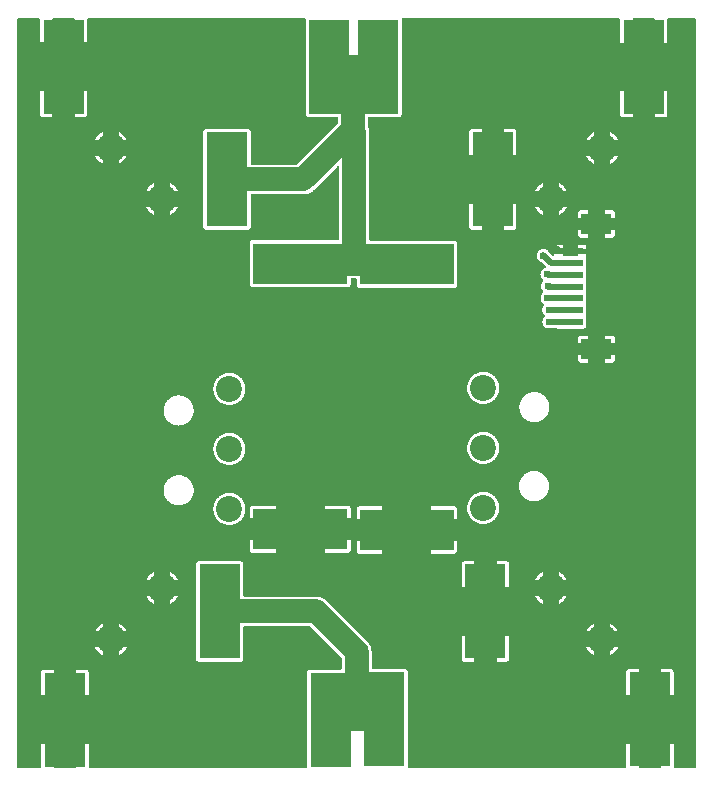
<source format=gtl>
G04 Layer: TopLayer*
G04 EasyEDA v6.3.22, 2020-01-22T11:07:26+01:00*
G04 3ac4b1cc3e28459caadfcca9b74a0810,6ac03ef627a24f5ab7c901ca926ad83b,10*
G04 Gerber Generator version 0.2*
G04 Scale: 100 percent, Rotated: No, Reflected: No *
G04 Dimensions in millimeters *
G04 leading zeros omitted , absolute positions ,3 integer and 3 decimal *
%FSLAX33Y33*%
%MOMM*%
G90*
G71D02*

%ADD11C,0.499999*%
%ADD12C,1.999996*%
%ADD13C,0.609600*%
%ADD14R,3.499993X8.000009*%
%ADD15R,8.000009X3.499993*%
%ADD16R,2.199996X0.599948*%
%ADD17R,2.599995X1.799996*%
%ADD18C,2.499995*%
%ADD19C,2.199996*%

%LPD*%
G36*
G01X2095Y63743D02*
G01X362Y63743D01*
G01X347Y63742D01*
G01X333Y63739D01*
G01X319Y63734D01*
G01X307Y63727D01*
G01X295Y63718D01*
G01X285Y63708D01*
G01X276Y63696D01*
G01X269Y63684D01*
G01X264Y63670D01*
G01X261Y63656D01*
G01X260Y63641D01*
G01X260Y360D01*
G01X261Y345D01*
G01X264Y331D01*
G01X269Y318D01*
G01X276Y305D01*
G01X285Y293D01*
G01X295Y283D01*
G01X307Y274D01*
G01X319Y267D01*
G01X333Y262D01*
G01X347Y259D01*
G01X362Y258D01*
G01X2215Y258D01*
G01X2230Y259D01*
G01X2244Y262D01*
G01X2257Y267D01*
G01X2270Y274D01*
G01X2282Y283D01*
G01X2292Y293D01*
G01X2301Y305D01*
G01X2308Y318D01*
G01X2313Y331D01*
G01X2316Y345D01*
G01X2317Y360D01*
G01X2317Y2296D01*
G01X3385Y2296D01*
G01X3385Y360D01*
G01X3386Y345D01*
G01X3389Y331D01*
G01X3394Y318D01*
G01X3401Y305D01*
G01X3410Y293D01*
G01X3420Y283D01*
G01X3431Y274D01*
G01X3444Y267D01*
G01X3458Y262D01*
G01X3472Y259D01*
G01X3487Y258D01*
G01X5160Y258D01*
G01X5175Y259D01*
G01X5189Y262D01*
G01X5203Y267D01*
G01X5216Y274D01*
G01X5227Y283D01*
G01X5237Y293D01*
G01X5246Y305D01*
G01X5253Y318D01*
G01X5258Y331D01*
G01X5261Y345D01*
G01X5262Y360D01*
G01X5262Y2296D01*
G01X6330Y2296D01*
G01X6330Y360D01*
G01X6331Y345D01*
G01X6334Y331D01*
G01X6339Y318D01*
G01X6346Y305D01*
G01X6355Y293D01*
G01X6365Y283D01*
G01X6377Y274D01*
G01X6390Y267D01*
G01X6403Y262D01*
G01X6417Y259D01*
G01X6432Y258D01*
G01X24716Y258D01*
G01X24730Y259D01*
G01X24744Y262D01*
G01X24758Y267D01*
G01X24770Y274D01*
G01X24782Y283D01*
G01X24792Y293D01*
G01X24801Y305D01*
G01X24808Y318D01*
G01X24813Y331D01*
G01X24816Y345D01*
G01X24817Y360D01*
G01X24817Y8360D01*
G01X24818Y8383D01*
G01X24821Y8407D01*
G01X24827Y8430D01*
G01X24835Y8452D01*
G01X24844Y8474D01*
G01X24855Y8495D01*
G01X24869Y8514D01*
G01X24884Y8533D01*
G01X24901Y8549D01*
G01X24919Y8565D01*
G01X24939Y8578D01*
G01X24959Y8589D01*
G01X24981Y8599D01*
G01X25003Y8606D01*
G01X25027Y8612D01*
G01X25050Y8615D01*
G01X25074Y8616D01*
G01X27665Y8616D01*
G01X27679Y8617D01*
G01X27694Y8620D01*
G01X27707Y8625D01*
G01X27720Y8632D01*
G01X27731Y8641D01*
G01X27742Y8651D01*
G01X27750Y8663D01*
G01X27757Y8676D01*
G01X27762Y8689D01*
G01X27765Y8703D01*
G01X27767Y8718D01*
G01X27767Y9549D01*
G01X27765Y9564D01*
G01X27762Y9579D01*
G01X27756Y9594D01*
G01X27747Y9608D01*
G01X27737Y9620D01*
G01X25113Y12243D01*
G01X25101Y12254D01*
G01X25087Y12262D01*
G01X25073Y12268D01*
G01X25058Y12272D01*
G01X25042Y12273D01*
G01X19531Y12273D01*
G01X19517Y12272D01*
G01X19503Y12269D01*
G01X19489Y12264D01*
G01X19477Y12257D01*
G01X19465Y12249D01*
G01X19455Y12238D01*
G01X19446Y12227D01*
G01X19439Y12214D01*
G01X19434Y12200D01*
G01X19431Y12186D01*
G01X19430Y12172D01*
G01X19430Y9530D01*
G01X19429Y9506D01*
G01X19425Y9482D01*
G01X19420Y9460D01*
G01X19413Y9437D01*
G01X19403Y9415D01*
G01X19391Y9395D01*
G01X19378Y9375D01*
G01X19363Y9357D01*
G01X19346Y9340D01*
G01X19328Y9325D01*
G01X19308Y9312D01*
G01X19288Y9300D01*
G01X19266Y9290D01*
G01X19243Y9283D01*
G01X19221Y9278D01*
G01X19197Y9274D01*
G01X19173Y9273D01*
G01X15673Y9273D01*
G01X15650Y9274D01*
G01X15626Y9278D01*
G01X15603Y9283D01*
G01X15581Y9290D01*
G01X15559Y9300D01*
G01X15538Y9312D01*
G01X15519Y9325D01*
G01X15501Y9340D01*
G01X15484Y9357D01*
G01X15469Y9375D01*
G01X15455Y9395D01*
G01X15444Y9415D01*
G01X15434Y9437D01*
G01X15426Y9460D01*
G01X15421Y9482D01*
G01X15418Y9506D01*
G01X15417Y9530D01*
G01X15417Y17530D01*
G01X15418Y17554D01*
G01X15421Y17577D01*
G01X15426Y17600D01*
G01X15434Y17622D01*
G01X15444Y17644D01*
G01X15455Y17665D01*
G01X15469Y17684D01*
G01X15484Y17702D01*
G01X15501Y17719D01*
G01X15519Y17734D01*
G01X15538Y17748D01*
G01X15559Y17759D01*
G01X15581Y17769D01*
G01X15603Y17777D01*
G01X15626Y17782D01*
G01X15650Y17785D01*
G01X15673Y17786D01*
G01X19173Y17786D01*
G01X19197Y17785D01*
G01X19221Y17782D01*
G01X19243Y17777D01*
G01X19266Y17769D01*
G01X19288Y17759D01*
G01X19308Y17748D01*
G01X19328Y17734D01*
G01X19346Y17719D01*
G01X19363Y17702D01*
G01X19378Y17684D01*
G01X19391Y17665D01*
G01X19403Y17644D01*
G01X19413Y17622D01*
G01X19420Y17600D01*
G01X19425Y17577D01*
G01X19429Y17554D01*
G01X19430Y17530D01*
G01X19430Y14888D01*
G01X19431Y14873D01*
G01X19434Y14859D01*
G01X19439Y14845D01*
G01X19446Y14833D01*
G01X19455Y14822D01*
G01X19465Y14811D01*
G01X19477Y14802D01*
G01X19489Y14796D01*
G01X19503Y14791D01*
G01X19517Y14788D01*
G01X19531Y14786D01*
G01X25604Y14786D01*
G01X25656Y14785D01*
G01X25708Y14782D01*
G01X25760Y14777D01*
G01X25811Y14769D01*
G01X25862Y14760D01*
G01X25912Y14748D01*
G01X25963Y14734D01*
G01X26012Y14718D01*
G01X26061Y14700D01*
G01X26109Y14680D01*
G01X26156Y14658D01*
G01X26202Y14635D01*
G01X26247Y14609D01*
G01X26291Y14582D01*
G01X26334Y14552D01*
G01X26376Y14521D01*
G01X26416Y14488D01*
G01X26455Y14454D01*
G01X26493Y14418D01*
G01X29911Y10999D01*
G01X29948Y10962D01*
G01X29982Y10923D01*
G01X30015Y10883D01*
G01X30046Y10841D01*
G01X30075Y10798D01*
G01X30102Y10754D01*
G01X30128Y10709D01*
G01X30152Y10663D01*
G01X30174Y10616D01*
G01X30193Y10568D01*
G01X30211Y10519D01*
G01X30227Y10470D01*
G01X30241Y10419D01*
G01X30253Y10369D01*
G01X30262Y10318D01*
G01X30270Y10266D01*
G01X30275Y10214D01*
G01X30278Y10163D01*
G01X30280Y10111D01*
G01X30280Y8748D01*
G01X30281Y8733D01*
G01X30284Y8719D01*
G01X30289Y8706D01*
G01X30296Y8693D01*
G01X30304Y8681D01*
G01X30315Y8671D01*
G01X30326Y8662D01*
G01X30339Y8655D01*
G01X30352Y8650D01*
G01X30367Y8647D01*
G01X30381Y8646D01*
G01X33093Y8646D01*
G01X33117Y8645D01*
G01X33140Y8642D01*
G01X33164Y8636D01*
G01X33186Y8629D01*
G01X33208Y8619D01*
G01X33228Y8608D01*
G01X33248Y8594D01*
G01X33266Y8579D01*
G01X33283Y8562D01*
G01X33298Y8544D01*
G01X33311Y8525D01*
G01X33323Y8504D01*
G01X33332Y8482D01*
G01X33340Y8460D01*
G01X33346Y8436D01*
G01X33349Y8413D01*
G01X33350Y8390D01*
G01X33350Y390D01*
G01X33349Y368D01*
G01X33349Y360D01*
G01X33350Y345D01*
G01X33353Y331D01*
G01X33358Y318D01*
G01X33365Y305D01*
G01X33373Y293D01*
G01X33384Y283D01*
G01X33395Y274D01*
G01X33408Y267D01*
G01X33422Y262D01*
G01X33436Y259D01*
G01X33450Y258D01*
G01X51737Y258D01*
G01X51751Y259D01*
G01X51765Y262D01*
G01X51779Y267D01*
G01X51792Y274D01*
G01X51803Y283D01*
G01X51813Y293D01*
G01X51822Y305D01*
G01X51829Y318D01*
G01X51834Y331D01*
G01X51837Y345D01*
G01X51838Y360D01*
G01X51838Y368D01*
G01X51837Y390D01*
G01X51837Y2326D01*
G01X52905Y2326D01*
G01X52905Y360D01*
G01X52906Y345D01*
G01X52909Y331D01*
G01X52914Y318D01*
G01X52921Y305D01*
G01X52930Y293D01*
G01X52940Y283D01*
G01X52952Y274D01*
G01X52964Y267D01*
G01X52978Y262D01*
G01X52992Y259D01*
G01X53007Y258D01*
G01X54681Y258D01*
G01X54695Y259D01*
G01X54709Y262D01*
G01X54723Y267D01*
G01X54735Y274D01*
G01X54747Y283D01*
G01X54757Y293D01*
G01X54766Y305D01*
G01X54773Y318D01*
G01X54778Y331D01*
G01X54781Y345D01*
G01X54782Y360D01*
G01X54782Y2326D01*
G01X55850Y2326D01*
G01X55850Y390D01*
G01X55849Y368D01*
G01X55849Y360D01*
G01X55850Y345D01*
G01X55853Y331D01*
G01X55858Y318D01*
G01X55865Y305D01*
G01X55873Y293D01*
G01X55884Y283D01*
G01X55895Y274D01*
G01X55908Y267D01*
G01X55922Y262D01*
G01X55936Y259D01*
G01X55951Y258D01*
G01X57641Y258D01*
G01X57656Y259D01*
G01X57670Y262D01*
G01X57683Y267D01*
G01X57696Y274D01*
G01X57708Y283D01*
G01X57718Y293D01*
G01X57727Y305D01*
G01X57734Y318D01*
G01X57739Y331D01*
G01X57742Y345D01*
G01X57743Y360D01*
G01X57743Y63641D01*
G01X57742Y63656D01*
G01X57739Y63670D01*
G01X57734Y63684D01*
G01X57727Y63696D01*
G01X57718Y63708D01*
G01X57708Y63718D01*
G01X57696Y63727D01*
G01X57683Y63734D01*
G01X57670Y63739D01*
G01X57656Y63742D01*
G01X57641Y63743D01*
G01X55421Y63743D01*
G01X55406Y63742D01*
G01X55392Y63739D01*
G01X55379Y63734D01*
G01X55366Y63727D01*
G01X55354Y63718D01*
G01X55344Y63708D01*
G01X55335Y63696D01*
G01X55329Y63684D01*
G01X55324Y63670D01*
G01X55320Y63656D01*
G01X55319Y63641D01*
G01X55320Y63635D01*
G01X55320Y61683D01*
G01X54252Y61683D01*
G01X54252Y63641D01*
G01X54251Y63656D01*
G01X54248Y63670D01*
G01X54243Y63684D01*
G01X54236Y63696D01*
G01X54227Y63708D01*
G01X54217Y63718D01*
G01X54205Y63727D01*
G01X54192Y63734D01*
G01X54179Y63739D01*
G01X54165Y63742D01*
G01X54150Y63743D01*
G01X52476Y63743D01*
G01X52462Y63742D01*
G01X52448Y63739D01*
G01X52434Y63734D01*
G01X52421Y63727D01*
G01X52410Y63718D01*
G01X52400Y63708D01*
G01X52391Y63696D01*
G01X52384Y63684D01*
G01X52379Y63670D01*
G01X52376Y63656D01*
G01X52375Y63641D01*
G01X52375Y61683D01*
G01X51307Y61683D01*
G01X51307Y63641D01*
G01X51306Y63656D01*
G01X51303Y63670D01*
G01X51298Y63684D01*
G01X51292Y63696D01*
G01X51283Y63708D01*
G01X51272Y63718D01*
G01X51261Y63727D01*
G01X51248Y63734D01*
G01X51235Y63739D01*
G01X51221Y63742D01*
G01X51206Y63743D01*
G01X32921Y63743D01*
G01X32906Y63742D01*
G01X32892Y63739D01*
G01X32879Y63734D01*
G01X32866Y63727D01*
G01X32854Y63718D01*
G01X32844Y63708D01*
G01X32828Y63684D01*
G01X32823Y63670D01*
G01X32820Y63656D01*
G01X32819Y63641D01*
G01X32819Y63635D01*
G01X32820Y63620D01*
G01X32820Y55620D01*
G01X32819Y55596D01*
G01X32816Y55572D01*
G01X32810Y55549D01*
G01X32802Y55527D01*
G01X32793Y55505D01*
G01X32782Y55484D01*
G01X32768Y55465D01*
G01X32753Y55447D01*
G01X32736Y55430D01*
G01X32718Y55415D01*
G01X32698Y55402D01*
G01X32678Y55390D01*
G01X32656Y55380D01*
G01X32633Y55373D01*
G01X32610Y55368D01*
G01X32587Y55364D01*
G01X32563Y55363D01*
G01X30040Y55363D01*
G01X30026Y55362D01*
G01X30012Y55359D01*
G01X29998Y55354D01*
G01X29986Y55347D01*
G01X29974Y55338D01*
G01X29964Y55328D01*
G01X29955Y55316D01*
G01X29949Y55304D01*
G01X29943Y55290D01*
G01X29940Y55276D01*
G01X29939Y55261D01*
G01X29939Y54728D01*
G01X29940Y54713D01*
G01X29943Y54699D01*
G01X29949Y54685D01*
G01X29971Y54635D01*
G01X29992Y54583D01*
G01X30009Y54530D01*
G01X30025Y54478D01*
G01X30038Y54424D01*
G01X30049Y54369D01*
G01X30058Y54315D01*
G01X30064Y54260D01*
G01X30067Y54205D01*
G01X30069Y54149D01*
G01X30069Y45038D01*
G01X30070Y45023D01*
G01X30073Y45009D01*
G01X30078Y44996D01*
G01X30085Y44983D01*
G01X30093Y44971D01*
G01X30104Y44961D01*
G01X30115Y44953D01*
G01X30128Y44945D01*
G01X30142Y44940D01*
G01X30156Y44937D01*
G01X30171Y44936D01*
G01X37263Y44936D01*
G01X37287Y44935D01*
G01X37310Y44932D01*
G01X37333Y44927D01*
G01X37356Y44919D01*
G01X37378Y44909D01*
G01X37398Y44898D01*
G01X37418Y44884D01*
G01X37436Y44869D01*
G01X37453Y44852D01*
G01X37468Y44834D01*
G01X37482Y44815D01*
G01X37493Y44794D01*
G01X37502Y44772D01*
G01X37510Y44750D01*
G01X37516Y44727D01*
G01X37519Y44703D01*
G01X37520Y44680D01*
G01X37520Y41180D01*
G01X37519Y41156D01*
G01X37516Y41132D01*
G01X37510Y41110D01*
G01X37502Y41087D01*
G01X37493Y41065D01*
G01X37482Y41045D01*
G01X37468Y41025D01*
G01X37453Y41007D01*
G01X37436Y40990D01*
G01X37418Y40975D01*
G01X37398Y40962D01*
G01X37378Y40950D01*
G01X37356Y40940D01*
G01X37333Y40933D01*
G01X37310Y40928D01*
G01X37287Y40924D01*
G01X37263Y40923D01*
G01X29263Y40923D01*
G01X29240Y40924D01*
G01X29216Y40928D01*
G01X29193Y40933D01*
G01X29171Y40940D01*
G01X29149Y40950D01*
G01X29128Y40962D01*
G01X29109Y40975D01*
G01X29091Y40990D01*
G01X29074Y41007D01*
G01X29059Y41025D01*
G01X29045Y41045D01*
G01X29034Y41065D01*
G01X29024Y41087D01*
G01X29016Y41110D01*
G01X29011Y41132D01*
G01X29008Y41156D01*
G01X29007Y41180D01*
G01X29007Y41631D01*
G01X29006Y41646D01*
G01X29003Y41660D01*
G01X28998Y41674D01*
G01X28990Y41687D01*
G01X28982Y41698D01*
G01X28972Y41708D01*
G01X28960Y41717D01*
G01X28947Y41724D01*
G01X28934Y41729D01*
G01X28920Y41732D01*
G01X28905Y41733D01*
G01X28601Y41733D01*
G01X28587Y41732D01*
G01X28573Y41729D01*
G01X28559Y41724D01*
G01X28546Y41717D01*
G01X28535Y41708D01*
G01X28525Y41698D01*
G01X28516Y41687D01*
G01X28509Y41674D01*
G01X28504Y41660D01*
G01X28501Y41646D01*
G01X28500Y41631D01*
G01X28500Y41240D01*
G01X28499Y41216D01*
G01X28496Y41192D01*
G01X28490Y41169D01*
G01X28482Y41147D01*
G01X28473Y41125D01*
G01X28462Y41104D01*
G01X28448Y41085D01*
G01X28433Y41067D01*
G01X28416Y41050D01*
G01X28398Y41035D01*
G01X28378Y41022D01*
G01X28357Y41010D01*
G01X28336Y41000D01*
G01X28313Y40993D01*
G01X28290Y40988D01*
G01X28267Y40984D01*
G01X28243Y40983D01*
G01X20243Y40983D01*
G01X20220Y40984D01*
G01X20196Y40988D01*
G01X20173Y40993D01*
G01X20151Y41000D01*
G01X20129Y41010D01*
G01X20108Y41022D01*
G01X20089Y41035D01*
G01X20070Y41050D01*
G01X20054Y41067D01*
G01X20038Y41085D01*
G01X20025Y41104D01*
G01X20014Y41125D01*
G01X20004Y41147D01*
G01X19997Y41169D01*
G01X19991Y41192D01*
G01X19988Y41216D01*
G01X19987Y41240D01*
G01X19987Y44740D01*
G01X19988Y44763D01*
G01X19991Y44787D01*
G01X19997Y44810D01*
G01X20004Y44832D01*
G01X20014Y44854D01*
G01X20025Y44875D01*
G01X20038Y44894D01*
G01X20054Y44912D01*
G01X20070Y44929D01*
G01X20089Y44944D01*
G01X20108Y44958D01*
G01X20129Y44969D01*
G01X20151Y44979D01*
G01X20173Y44986D01*
G01X20196Y44992D01*
G01X20220Y44995D01*
G01X20243Y44996D01*
G01X27454Y44996D01*
G01X27468Y44997D01*
G01X27483Y45000D01*
G01X27496Y45005D01*
G01X27509Y45012D01*
G01X27520Y45021D01*
G01X27531Y45031D01*
G01X27540Y45043D01*
G01X27546Y45056D01*
G01X27551Y45069D01*
G01X27554Y45083D01*
G01X27556Y45098D01*
G01X27556Y51130D01*
G01X27554Y51144D01*
G01X27551Y51158D01*
G01X27546Y51172D01*
G01X27540Y51185D01*
G01X27531Y51196D01*
G01X27520Y51207D01*
G01X27509Y51215D01*
G01X27496Y51222D01*
G01X27483Y51227D01*
G01X27468Y51230D01*
G01X27454Y51231D01*
G01X27438Y51230D01*
G01X27423Y51226D01*
G01X27408Y51220D01*
G01X27394Y51212D01*
G01X27382Y51201D01*
G01X25403Y49222D01*
G01X25365Y49186D01*
G01X25327Y49152D01*
G01X25286Y49119D01*
G01X25244Y49088D01*
G01X25202Y49059D01*
G01X25158Y49031D01*
G01X25112Y49006D01*
G01X25066Y48982D01*
G01X25019Y48960D01*
G01X24971Y48940D01*
G01X24873Y48906D01*
G01X24823Y48893D01*
G01X24773Y48881D01*
G01X24721Y48871D01*
G01X24670Y48864D01*
G01X24618Y48859D01*
G01X24566Y48856D01*
G01X24514Y48854D01*
G01X20151Y48854D01*
G01X20137Y48853D01*
G01X20123Y48850D01*
G01X20109Y48845D01*
G01X20096Y48838D01*
G01X20085Y48830D01*
G01X20075Y48819D01*
G01X20066Y48808D01*
G01X20059Y48795D01*
G01X20054Y48781D01*
G01X20051Y48767D01*
G01X20050Y48752D01*
G01X20050Y46110D01*
G01X20049Y46086D01*
G01X20046Y46063D01*
G01X20040Y46040D01*
G01X20032Y46017D01*
G01X20023Y45995D01*
G01X20012Y45975D01*
G01X19998Y45955D01*
G01X19983Y45937D01*
G01X19966Y45920D01*
G01X19948Y45905D01*
G01X19928Y45891D01*
G01X19907Y45880D01*
G01X19886Y45871D01*
G01X19863Y45863D01*
G01X19840Y45857D01*
G01X19817Y45854D01*
G01X19793Y45853D01*
G01X16293Y45853D01*
G01X16270Y45854D01*
G01X16246Y45857D01*
G01X16223Y45863D01*
G01X16201Y45871D01*
G01X16179Y45880D01*
G01X16158Y45891D01*
G01X16139Y45905D01*
G01X16120Y45920D01*
G01X16104Y45937D01*
G01X16088Y45955D01*
G01X16075Y45975D01*
G01X16063Y45995D01*
G01X16054Y46017D01*
G01X16047Y46040D01*
G01X16041Y46063D01*
G01X16038Y46086D01*
G01X16036Y46110D01*
G01X16036Y54110D01*
G01X16038Y54133D01*
G01X16041Y54157D01*
G01X16047Y54180D01*
G01X16054Y54202D01*
G01X16063Y54224D01*
G01X16075Y54245D01*
G01X16088Y54264D01*
G01X16104Y54282D01*
G01X16120Y54299D01*
G01X16139Y54314D01*
G01X16158Y54328D01*
G01X16179Y54339D01*
G01X16201Y54349D01*
G01X16223Y54356D01*
G01X16246Y54362D01*
G01X16270Y54365D01*
G01X16293Y54366D01*
G01X19793Y54366D01*
G01X19817Y54365D01*
G01X19840Y54362D01*
G01X19863Y54356D01*
G01X19886Y54349D01*
G01X19907Y54339D01*
G01X19928Y54328D01*
G01X19948Y54314D01*
G01X19966Y54299D01*
G01X19983Y54282D01*
G01X19998Y54264D01*
G01X20012Y54245D01*
G01X20023Y54224D01*
G01X20032Y54202D01*
G01X20040Y54180D01*
G01X20046Y54157D01*
G01X20049Y54133D01*
G01X20050Y54110D01*
G01X20050Y51469D01*
G01X20051Y51454D01*
G01X20054Y51440D01*
G01X20059Y51426D01*
G01X20066Y51414D01*
G01X20075Y51403D01*
G01X20085Y51392D01*
G01X20096Y51383D01*
G01X20109Y51377D01*
G01X20123Y51372D01*
G01X20137Y51369D01*
G01X20151Y51367D01*
G01X23952Y51367D01*
G01X23968Y51369D01*
G01X23983Y51372D01*
G01X23998Y51378D01*
G01X24012Y51387D01*
G01X24024Y51397D01*
G01X27396Y54770D01*
G01X27407Y54782D01*
G01X27415Y54796D01*
G01X27421Y54810D01*
G01X27425Y54826D01*
G01X27426Y54841D01*
G01X27426Y55302D01*
G01X27425Y55316D01*
G01X27422Y55330D01*
G01X27417Y55344D01*
G01X27410Y55356D01*
G01X27401Y55368D01*
G01X27391Y55378D01*
G01X27380Y55387D01*
G01X27367Y55394D01*
G01X27353Y55399D01*
G01X27339Y55402D01*
G01X27325Y55403D01*
G01X24953Y55403D01*
G01X24929Y55404D01*
G01X24906Y55407D01*
G01X24883Y55413D01*
G01X24861Y55420D01*
G01X24839Y55430D01*
G01X24818Y55441D01*
G01X24799Y55455D01*
G01X24781Y55470D01*
G01X24764Y55486D01*
G01X24749Y55505D01*
G01X24735Y55525D01*
G01X24724Y55545D01*
G01X24714Y55567D01*
G01X24706Y55590D01*
G01X24701Y55612D01*
G01X24698Y55636D01*
G01X24697Y55660D01*
G01X24697Y63641D01*
G01X24696Y63656D01*
G01X24693Y63670D01*
G01X24688Y63684D01*
G01X24681Y63696D01*
G01X24672Y63708D01*
G01X24662Y63718D01*
G01X24650Y63727D01*
G01X24637Y63734D01*
G01X24624Y63739D01*
G01X24610Y63742D01*
G01X24595Y63743D01*
G01X6312Y63743D01*
G01X6297Y63742D01*
G01X6283Y63739D01*
G01X6270Y63734D01*
G01X6257Y63727D01*
G01X6245Y63718D01*
G01X6235Y63708D01*
G01X6226Y63696D01*
G01X6219Y63684D01*
G01X6214Y63670D01*
G01X6211Y63656D01*
G01X6210Y63641D01*
G01X6210Y61723D01*
G01X5142Y61723D01*
G01X5142Y63641D01*
G01X5141Y63656D01*
G01X5138Y63670D01*
G01X5133Y63684D01*
G01X5126Y63696D01*
G01X5117Y63708D01*
G01X5107Y63718D01*
G01X5095Y63727D01*
G01X5082Y63734D01*
G01X5069Y63739D01*
G01X5055Y63742D01*
G01X5040Y63743D01*
G01X3366Y63743D01*
G01X3352Y63742D01*
G01X3338Y63739D01*
G01X3324Y63734D01*
G01X3312Y63727D01*
G01X3300Y63718D01*
G01X3290Y63708D01*
G01X3281Y63696D01*
G01X3274Y63684D01*
G01X3269Y63670D01*
G01X3266Y63656D01*
G01X3265Y63641D01*
G01X3265Y61723D01*
G01X2197Y61723D01*
G01X2197Y63641D01*
G01X2196Y63656D01*
G01X2193Y63670D01*
G01X2188Y63684D01*
G01X2181Y63696D01*
G01X2172Y63708D01*
G01X2162Y63718D01*
G01X2150Y63727D01*
G01X2138Y63734D01*
G01X2124Y63739D01*
G01X2110Y63742D01*
G01X2095Y63743D01*
G37*

%LPC*%
G36*
G01X3385Y8616D02*
G01X2573Y8616D01*
G01X2550Y8615D01*
G01X2526Y8612D01*
G01X2503Y8606D01*
G01X2481Y8599D01*
G01X2459Y8589D01*
G01X2438Y8578D01*
G01X2419Y8565D01*
G01X2401Y8549D01*
G01X2384Y8533D01*
G01X2369Y8514D01*
G01X2356Y8494D01*
G01X2344Y8474D01*
G01X2334Y8452D01*
G01X2327Y8430D01*
G01X2321Y8407D01*
G01X2318Y8383D01*
G01X2317Y8360D01*
G01X2317Y6423D01*
G01X3385Y6423D01*
G01X3385Y8616D01*
G37*
G36*
G01X6074Y8616D02*
G01X5262Y8616D01*
G01X5262Y6423D01*
G01X6330Y6423D01*
G01X6330Y8360D01*
G01X6329Y8383D01*
G01X6326Y8407D01*
G01X6320Y8430D01*
G01X6313Y8452D01*
G01X6303Y8474D01*
G01X6291Y8494D01*
G01X6278Y8514D01*
G01X6263Y8533D01*
G01X6246Y8549D01*
G01X6228Y8565D01*
G01X6209Y8578D01*
G01X6188Y8589D01*
G01X6166Y8599D01*
G01X6144Y8606D01*
G01X6121Y8612D01*
G01X6097Y8615D01*
G01X6074Y8616D01*
G37*
G36*
G01X52905Y8646D02*
G01X52093Y8646D01*
G01X52070Y8645D01*
G01X52046Y8642D01*
G01X52023Y8636D01*
G01X52001Y8629D01*
G01X51979Y8619D01*
G01X51958Y8608D01*
G01X51939Y8594D01*
G01X51921Y8579D01*
G01X51904Y8562D01*
G01X51889Y8544D01*
G01X51875Y8525D01*
G01X51864Y8504D01*
G01X51854Y8482D01*
G01X51847Y8460D01*
G01X51841Y8436D01*
G01X51838Y8413D01*
G01X51837Y8390D01*
G01X51837Y6453D01*
G01X52905Y6453D01*
G01X52905Y8646D01*
G37*
G36*
G01X55593Y8646D02*
G01X54782Y8646D01*
G01X54782Y6453D01*
G01X55850Y6453D01*
G01X55850Y8390D01*
G01X55849Y8413D01*
G01X55845Y8436D01*
G01X55840Y8460D01*
G01X55833Y8482D01*
G01X55823Y8504D01*
G01X55811Y8525D01*
G01X55798Y8544D01*
G01X55783Y8562D01*
G01X55766Y8579D01*
G01X55748Y8594D01*
G01X55729Y8608D01*
G01X55708Y8619D01*
G01X55686Y8629D01*
G01X55663Y8636D01*
G01X55641Y8642D01*
G01X55617Y8645D01*
G01X55593Y8646D01*
G37*
G36*
G01X41930Y11466D02*
G01X40862Y11466D01*
G01X40862Y9273D01*
G01X41673Y9273D01*
G01X41697Y9274D01*
G01X41720Y9278D01*
G01X41744Y9283D01*
G01X41766Y9290D01*
G01X41788Y9300D01*
G01X41808Y9312D01*
G01X41828Y9325D01*
G01X41846Y9340D01*
G01X41863Y9357D01*
G01X41878Y9375D01*
G01X41892Y9395D01*
G01X41903Y9415D01*
G01X41912Y9437D01*
G01X41920Y9460D01*
G01X41926Y9482D01*
G01X41929Y9506D01*
G01X41930Y9530D01*
G01X41930Y11466D01*
G37*
G36*
G01X38985Y11466D02*
G01X37917Y11466D01*
G01X37917Y9530D01*
G01X37918Y9506D01*
G01X37921Y9482D01*
G01X37927Y9460D01*
G01X37934Y9437D01*
G01X37944Y9415D01*
G01X37955Y9395D01*
G01X37969Y9375D01*
G01X37984Y9357D01*
G01X38000Y9340D01*
G01X38019Y9325D01*
G01X38038Y9312D01*
G01X38059Y9300D01*
G01X38081Y9290D01*
G01X38103Y9283D01*
G01X38126Y9278D01*
G01X38150Y9274D01*
G01X38174Y9273D01*
G01X38985Y9273D01*
G01X38985Y11466D01*
G37*
G36*
G01X9544Y10486D02*
G01X8892Y10486D01*
G01X8892Y9835D01*
G01X8943Y9862D01*
G01X8994Y9892D01*
G01X9043Y9923D01*
G01X9091Y9957D01*
G01X9138Y9992D01*
G01X9183Y10030D01*
G01X9227Y10069D01*
G01X9269Y10109D01*
G01X9310Y10151D01*
G01X9348Y10195D01*
G01X9385Y10240D01*
G01X9421Y10287D01*
G01X9454Y10335D01*
G01X9486Y10384D01*
G01X9516Y10434D01*
G01X9544Y10486D01*
G37*
G36*
G01X7515Y10486D02*
G01X6863Y10486D01*
G01X6891Y10434D01*
G01X6921Y10384D01*
G01X6952Y10335D01*
G01X6986Y10287D01*
G01X7021Y10240D01*
G01X7059Y10195D01*
G01X7098Y10151D01*
G01X7138Y10109D01*
G01X7180Y10069D01*
G01X7224Y10030D01*
G01X7269Y9992D01*
G01X7316Y9957D01*
G01X7364Y9923D01*
G01X7413Y9892D01*
G01X7463Y9862D01*
G01X7515Y9835D01*
G01X7515Y10486D01*
G37*
G36*
G01X49115Y10486D02*
G01X48464Y10486D01*
G01X48491Y10434D01*
G01X48521Y10384D01*
G01X48553Y10335D01*
G01X48586Y10287D01*
G01X48622Y10240D01*
G01X48659Y10195D01*
G01X48698Y10151D01*
G01X48738Y10109D01*
G01X48780Y10069D01*
G01X48824Y10030D01*
G01X48869Y9992D01*
G01X48916Y9957D01*
G01X48964Y9923D01*
G01X49013Y9892D01*
G01X49064Y9862D01*
G01X49115Y9835D01*
G01X49115Y10486D01*
G37*
G36*
G01X51143Y10486D02*
G01X50492Y10486D01*
G01X50492Y9835D01*
G01X50543Y9862D01*
G01X50594Y9892D01*
G01X50643Y9923D01*
G01X50691Y9957D01*
G01X50737Y9992D01*
G01X50783Y10030D01*
G01X50826Y10069D01*
G01X50868Y10109D01*
G01X50909Y10151D01*
G01X50948Y10195D01*
G01X50985Y10240D01*
G01X51021Y10287D01*
G01X51054Y10335D01*
G01X51086Y10384D01*
G01X51116Y10434D01*
G01X51143Y10486D01*
G37*
G36*
G01X7515Y11863D02*
G01X7515Y12514D01*
G01X7463Y12487D01*
G01X7413Y12457D01*
G01X7364Y12425D01*
G01X7316Y12392D01*
G01X7269Y12356D01*
G01X7224Y12319D01*
G01X7180Y12280D01*
G01X7138Y12240D01*
G01X7098Y12197D01*
G01X7059Y12154D01*
G01X7021Y12108D01*
G01X6986Y12062D01*
G01X6952Y12014D01*
G01X6921Y11965D01*
G01X6891Y11914D01*
G01X6863Y11863D01*
G01X7515Y11863D01*
G37*
G36*
G01X8943Y12487D02*
G01X8892Y12514D01*
G01X8892Y11863D01*
G01X9544Y11863D01*
G01X9516Y11914D01*
G01X9486Y11965D01*
G01X9454Y12014D01*
G01X9421Y12062D01*
G01X9385Y12108D01*
G01X9348Y12154D01*
G01X9310Y12197D01*
G01X9269Y12240D01*
G01X9227Y12280D01*
G01X9183Y12319D01*
G01X9138Y12356D01*
G01X9091Y12392D01*
G01X9043Y12425D01*
G01X8994Y12457D01*
G01X8943Y12487D01*
G37*
G36*
G01X49115Y11863D02*
G01X49115Y12514D01*
G01X49064Y12487D01*
G01X49013Y12457D01*
G01X48964Y12425D01*
G01X48916Y12392D01*
G01X48869Y12356D01*
G01X48824Y12319D01*
G01X48780Y12280D01*
G01X48738Y12240D01*
G01X48698Y12197D01*
G01X48659Y12154D01*
G01X48622Y12108D01*
G01X48586Y12062D01*
G01X48553Y12014D01*
G01X48521Y11965D01*
G01X48491Y11914D01*
G01X48464Y11863D01*
G01X49115Y11863D01*
G37*
G36*
G01X50543Y12487D02*
G01X50492Y12514D01*
G01X50492Y11863D01*
G01X51143Y11863D01*
G01X51116Y11914D01*
G01X51086Y11965D01*
G01X51054Y12014D01*
G01X51021Y12062D01*
G01X50985Y12108D01*
G01X50948Y12154D01*
G01X50909Y12197D01*
G01X50868Y12240D01*
G01X50826Y12280D01*
G01X50783Y12319D01*
G01X50737Y12356D01*
G01X50691Y12392D01*
G01X50643Y12425D01*
G01X50594Y12457D01*
G01X50543Y12487D01*
G37*
G36*
G01X13879Y14853D02*
G01X13228Y14853D01*
G01X13228Y14201D01*
G01X13280Y14229D01*
G01X13330Y14259D01*
G01X13379Y14291D01*
G01X13427Y14324D01*
G01X13474Y14359D01*
G01X13519Y14397D01*
G01X13562Y14435D01*
G01X13605Y14476D01*
G01X13645Y14518D01*
G01X13684Y14562D01*
G01X13721Y14607D01*
G01X13757Y14654D01*
G01X13790Y14702D01*
G01X13822Y14751D01*
G01X13852Y14801D01*
G01X13879Y14853D01*
G37*
G36*
G01X11851Y14853D02*
G01X11199Y14853D01*
G01X11227Y14801D01*
G01X11257Y14751D01*
G01X11289Y14702D01*
G01X11322Y14654D01*
G01X11358Y14607D01*
G01X11395Y14562D01*
G01X11433Y14518D01*
G01X11474Y14476D01*
G01X11516Y14435D01*
G01X11560Y14397D01*
G01X11605Y14359D01*
G01X11652Y14324D01*
G01X11700Y14291D01*
G01X11749Y14259D01*
G01X11799Y14229D01*
G01X11851Y14201D01*
G01X11851Y14853D01*
G37*
G36*
G01X44781Y14853D02*
G01X44129Y14853D01*
G01X44157Y14801D01*
G01X44187Y14751D01*
G01X44219Y14702D01*
G01X44252Y14654D01*
G01X44287Y14607D01*
G01X44325Y14562D01*
G01X44364Y14518D01*
G01X44404Y14476D01*
G01X44446Y14435D01*
G01X44490Y14397D01*
G01X44535Y14359D01*
G01X44582Y14324D01*
G01X44630Y14291D01*
G01X44679Y14259D01*
G01X44729Y14229D01*
G01X44781Y14201D01*
G01X44781Y14853D01*
G37*
G36*
G01X46810Y14853D02*
G01X46158Y14853D01*
G01X46158Y14201D01*
G01X46210Y14229D01*
G01X46260Y14259D01*
G01X46309Y14291D01*
G01X46357Y14324D01*
G01X46404Y14359D01*
G01X46449Y14397D01*
G01X46493Y14435D01*
G01X46535Y14476D01*
G01X46575Y14518D01*
G01X46614Y14562D01*
G01X46652Y14607D01*
G01X46687Y14654D01*
G01X46720Y14702D01*
G01X46752Y14751D01*
G01X46782Y14801D01*
G01X46810Y14853D01*
G37*
G36*
G01X38985Y17786D02*
G01X38174Y17786D01*
G01X38150Y17785D01*
G01X38126Y17782D01*
G01X38103Y17777D01*
G01X38081Y17769D01*
G01X38059Y17759D01*
G01X38038Y17748D01*
G01X38019Y17734D01*
G01X38000Y17719D01*
G01X37984Y17702D01*
G01X37969Y17684D01*
G01X37955Y17665D01*
G01X37944Y17644D01*
G01X37934Y17622D01*
G01X37927Y17600D01*
G01X37921Y17577D01*
G01X37918Y17554D01*
G01X37917Y17530D01*
G01X37917Y15593D01*
G01X38985Y15593D01*
G01X38985Y17786D01*
G37*
G36*
G01X41673Y17786D02*
G01X40862Y17786D01*
G01X40862Y15593D01*
G01X41930Y15593D01*
G01X41930Y17530D01*
G01X41929Y17554D01*
G01X41926Y17577D01*
G01X41920Y17600D01*
G01X41912Y17622D01*
G01X41903Y17644D01*
G01X41892Y17665D01*
G01X41878Y17684D01*
G01X41863Y17702D01*
G01X41846Y17719D01*
G01X41828Y17734D01*
G01X41808Y17748D01*
G01X41788Y17759D01*
G01X41766Y17769D01*
G01X41744Y17777D01*
G01X41720Y17782D01*
G01X41697Y17785D01*
G01X41673Y17786D01*
G37*
G36*
G01X11851Y16230D02*
G01X11851Y16881D01*
G01X11799Y16854D01*
G01X11749Y16824D01*
G01X11700Y16792D01*
G01X11652Y16759D01*
G01X11605Y16723D01*
G01X11560Y16686D01*
G01X11516Y16647D01*
G01X11474Y16607D01*
G01X11433Y16564D01*
G01X11395Y16521D01*
G01X11358Y16476D01*
G01X11322Y16429D01*
G01X11289Y16381D01*
G01X11257Y16332D01*
G01X11227Y16282D01*
G01X11199Y16230D01*
G01X11851Y16230D01*
G37*
G36*
G01X13280Y16854D02*
G01X13228Y16881D01*
G01X13228Y16230D01*
G01X13879Y16230D01*
G01X13852Y16282D01*
G01X13822Y16332D01*
G01X13790Y16381D01*
G01X13757Y16429D01*
G01X13721Y16476D01*
G01X13684Y16521D01*
G01X13645Y16564D01*
G01X13605Y16607D01*
G01X13562Y16647D01*
G01X13519Y16686D01*
G01X13474Y16723D01*
G01X13427Y16759D01*
G01X13379Y16792D01*
G01X13330Y16824D01*
G01X13280Y16854D01*
G37*
G36*
G01X44781Y16230D02*
G01X44781Y16881D01*
G01X44729Y16854D01*
G01X44679Y16824D01*
G01X44630Y16792D01*
G01X44582Y16759D01*
G01X44535Y16723D01*
G01X44490Y16686D01*
G01X44446Y16647D01*
G01X44404Y16607D01*
G01X44364Y16564D01*
G01X44325Y16521D01*
G01X44287Y16476D01*
G01X44252Y16429D01*
G01X44219Y16381D01*
G01X44187Y16332D01*
G01X44157Y16282D01*
G01X44129Y16230D01*
G01X44781Y16230D01*
G37*
G36*
G01X46210Y16854D02*
G01X46158Y16881D01*
G01X46158Y16230D01*
G01X46810Y16230D01*
G01X46782Y16282D01*
G01X46752Y16332D01*
G01X46720Y16381D01*
G01X46687Y16429D01*
G01X46652Y16476D01*
G01X46614Y16521D01*
G01X46575Y16564D01*
G01X46535Y16607D01*
G01X46493Y16647D01*
G01X46449Y16686D01*
G01X46404Y16723D01*
G01X46357Y16759D01*
G01X46309Y16792D01*
G01X46260Y16824D01*
G01X46210Y16854D01*
G37*
G36*
G01X31200Y19491D02*
G01X29007Y19491D01*
G01X29007Y18679D01*
G01X29008Y18656D01*
G01X29011Y18633D01*
G01X29017Y18609D01*
G01X29024Y18587D01*
G01X29034Y18565D01*
G01X29045Y18545D01*
G01X29059Y18525D01*
G01X29074Y18507D01*
G01X29091Y18490D01*
G01X29109Y18475D01*
G01X29128Y18461D01*
G01X29149Y18450D01*
G01X29171Y18441D01*
G01X29193Y18433D01*
G01X29217Y18427D01*
G01X29240Y18424D01*
G01X29263Y18423D01*
G01X31200Y18423D01*
G01X31200Y19491D01*
G37*
G36*
G01X37520Y19491D02*
G01X35327Y19491D01*
G01X35327Y18423D01*
G01X37263Y18423D01*
G01X37287Y18424D01*
G01X37310Y18427D01*
G01X37333Y18433D01*
G01X37356Y18441D01*
G01X37378Y18450D01*
G01X37398Y18461D01*
G01X37418Y18475D01*
G01X37436Y18490D01*
G01X37453Y18507D01*
G01X37468Y18525D01*
G01X37482Y18545D01*
G01X37493Y18565D01*
G01X37502Y18587D01*
G01X37510Y18609D01*
G01X37516Y18633D01*
G01X37519Y18656D01*
G01X37520Y18679D01*
G01X37520Y19491D01*
G37*
G36*
G01X28500Y19551D02*
G01X26307Y19551D01*
G01X26307Y18483D01*
G01X28243Y18483D01*
G01X28267Y18484D01*
G01X28290Y18487D01*
G01X28314Y18493D01*
G01X28336Y18500D01*
G01X28358Y18510D01*
G01X28378Y18521D01*
G01X28398Y18535D01*
G01X28416Y18550D01*
G01X28433Y18567D01*
G01X28448Y18585D01*
G01X28462Y18605D01*
G01X28473Y18625D01*
G01X28482Y18647D01*
G01X28490Y18669D01*
G01X28496Y18693D01*
G01X28499Y18716D01*
G01X28500Y18739D01*
G01X28500Y19551D01*
G37*
G36*
G01X22180Y19551D02*
G01X19987Y19551D01*
G01X19987Y18739D01*
G01X19988Y18716D01*
G01X19991Y18693D01*
G01X19997Y18669D01*
G01X20004Y18647D01*
G01X20014Y18625D01*
G01X20025Y18605D01*
G01X20038Y18585D01*
G01X20054Y18567D01*
G01X20070Y18550D01*
G01X20089Y18535D01*
G01X20109Y18521D01*
G01X20129Y18510D01*
G01X20151Y18500D01*
G01X20173Y18493D01*
G01X20196Y18487D01*
G01X20220Y18484D01*
G01X20243Y18483D01*
G01X22180Y18483D01*
G01X22180Y19551D01*
G37*
G36*
G01X18297Y23575D02*
G01X18243Y23576D01*
G01X18190Y23575D01*
G01X18137Y23572D01*
G01X18084Y23567D01*
G01X18031Y23560D01*
G01X17979Y23550D01*
G01X17927Y23539D01*
G01X17875Y23525D01*
G01X17824Y23510D01*
G01X17774Y23492D01*
G01X17725Y23473D01*
G01X17675Y23451D01*
G01X17628Y23428D01*
G01X17581Y23403D01*
G01X17535Y23376D01*
G01X17490Y23347D01*
G01X17446Y23317D01*
G01X17403Y23285D01*
G01X17362Y23251D01*
G01X17323Y23216D01*
G01X17284Y23179D01*
G01X17248Y23141D01*
G01X17212Y23100D01*
G01X17178Y23059D01*
G01X17146Y23017D01*
G01X17115Y22973D01*
G01X17087Y22928D01*
G01X17060Y22882D01*
G01X17035Y22835D01*
G01X17011Y22787D01*
G01X16990Y22739D01*
G01X16971Y22689D01*
G01X16953Y22639D01*
G01X16938Y22588D01*
G01X16924Y22536D01*
G01X16913Y22484D01*
G01X16904Y22432D01*
G01X16896Y22379D01*
G01X16891Y22326D01*
G01X16888Y22273D01*
G01X16887Y22220D01*
G01X16888Y22166D01*
G01X16891Y22113D01*
G01X16896Y22060D01*
G01X16904Y22007D01*
G01X16913Y21955D01*
G01X16924Y21903D01*
G01X16938Y21851D01*
G01X16953Y21800D01*
G01X16971Y21750D01*
G01X16990Y21700D01*
G01X17011Y21652D01*
G01X17035Y21604D01*
G01X17060Y21557D01*
G01X17087Y21511D01*
G01X17115Y21466D01*
G01X17146Y21422D01*
G01X17178Y21380D01*
G01X17212Y21339D01*
G01X17248Y21299D01*
G01X17284Y21260D01*
G01X17323Y21223D01*
G01X17362Y21188D01*
G01X17403Y21154D01*
G01X17446Y21122D01*
G01X17490Y21092D01*
G01X17535Y21063D01*
G01X17581Y21036D01*
G01X17628Y21011D01*
G01X17675Y20988D01*
G01X17725Y20966D01*
G01X17774Y20947D01*
G01X17824Y20929D01*
G01X17875Y20914D01*
G01X17927Y20900D01*
G01X17979Y20889D01*
G01X18031Y20880D01*
G01X18084Y20872D01*
G01X18137Y20867D01*
G01X18190Y20864D01*
G01X18243Y20863D01*
G01X18297Y20864D01*
G01X18350Y20867D01*
G01X18403Y20872D01*
G01X18456Y20880D01*
G01X18508Y20889D01*
G01X18560Y20900D01*
G01X18612Y20914D01*
G01X18663Y20929D01*
G01X18713Y20947D01*
G01X18762Y20966D01*
G01X18811Y20988D01*
G01X18859Y21011D01*
G01X18906Y21036D01*
G01X18952Y21063D01*
G01X18997Y21092D01*
G01X19041Y21122D01*
G01X19083Y21154D01*
G01X19125Y21188D01*
G01X19164Y21223D01*
G01X19203Y21260D01*
G01X19239Y21299D01*
G01X19275Y21339D01*
G01X19309Y21380D01*
G01X19341Y21422D01*
G01X19371Y21466D01*
G01X19400Y21511D01*
G01X19427Y21557D01*
G01X19452Y21604D01*
G01X19476Y21652D01*
G01X19497Y21700D01*
G01X19516Y21750D01*
G01X19534Y21800D01*
G01X19549Y21851D01*
G01X19562Y21903D01*
G01X19574Y21955D01*
G01X19583Y22007D01*
G01X19590Y22060D01*
G01X19596Y22113D01*
G01X19599Y22166D01*
G01X19600Y22220D01*
G01X19599Y22273D01*
G01X19596Y22326D01*
G01X19590Y22379D01*
G01X19583Y22432D01*
G01X19574Y22484D01*
G01X19562Y22536D01*
G01X19549Y22588D01*
G01X19534Y22639D01*
G01X19516Y22689D01*
G01X19497Y22739D01*
G01X19476Y22787D01*
G01X19452Y22835D01*
G01X19427Y22882D01*
G01X19400Y22928D01*
G01X19371Y22973D01*
G01X19341Y23017D01*
G01X19309Y23059D01*
G01X19275Y23100D01*
G01X19239Y23141D01*
G01X19203Y23179D01*
G01X19164Y23216D01*
G01X19125Y23251D01*
G01X19083Y23285D01*
G01X19041Y23317D01*
G01X18997Y23347D01*
G01X18952Y23376D01*
G01X18906Y23403D01*
G01X18859Y23428D01*
G01X18811Y23451D01*
G01X18762Y23473D01*
G01X18713Y23492D01*
G01X18663Y23510D01*
G01X18612Y23525D01*
G01X18560Y23539D01*
G01X18508Y23550D01*
G01X18456Y23560D01*
G01X18403Y23567D01*
G01X18350Y23572D01*
G01X18297Y23575D01*
G37*
G36*
G01X39786Y23665D02*
G01X39734Y23666D01*
G01X39680Y23665D01*
G01X39627Y23662D01*
G01X39574Y23657D01*
G01X39521Y23650D01*
G01X39469Y23640D01*
G01X39417Y23629D01*
G01X39365Y23615D01*
G01X39314Y23600D01*
G01X39264Y23582D01*
G01X39214Y23563D01*
G01X39166Y23541D01*
G01X39117Y23518D01*
G01X39071Y23493D01*
G01X39024Y23466D01*
G01X38980Y23438D01*
G01X38936Y23407D01*
G01X38893Y23375D01*
G01X38852Y23341D01*
G01X38813Y23306D01*
G01X38774Y23269D01*
G01X38737Y23230D01*
G01X38702Y23190D01*
G01X38668Y23149D01*
G01X38636Y23107D01*
G01X38605Y23063D01*
G01X38577Y23018D01*
G01X38550Y22972D01*
G01X38525Y22926D01*
G01X38501Y22877D01*
G01X38480Y22829D01*
G01X38461Y22779D01*
G01X38443Y22729D01*
G01X38428Y22678D01*
G01X38414Y22626D01*
G01X38403Y22574D01*
G01X38394Y22522D01*
G01X38386Y22469D01*
G01X38381Y22416D01*
G01X38378Y22363D01*
G01X38377Y22309D01*
G01X38378Y22256D01*
G01X38381Y22203D01*
G01X38386Y22150D01*
G01X38394Y22097D01*
G01X38403Y22045D01*
G01X38414Y21993D01*
G01X38428Y21941D01*
G01X38443Y21890D01*
G01X38461Y21840D01*
G01X38480Y21790D01*
G01X38501Y21742D01*
G01X38525Y21694D01*
G01X38550Y21647D01*
G01X38577Y21601D01*
G01X38605Y21556D01*
G01X38636Y21512D01*
G01X38668Y21470D01*
G01X38702Y21429D01*
G01X38737Y21389D01*
G01X38774Y21350D01*
G01X38813Y21313D01*
G01X38852Y21278D01*
G01X38893Y21244D01*
G01X38936Y21212D01*
G01X38980Y21182D01*
G01X39024Y21153D01*
G01X39071Y21126D01*
G01X39117Y21101D01*
G01X39166Y21078D01*
G01X39214Y21056D01*
G01X39264Y21037D01*
G01X39314Y21020D01*
G01X39365Y21004D01*
G01X39417Y20991D01*
G01X39469Y20979D01*
G01X39521Y20970D01*
G01X39574Y20962D01*
G01X39627Y20957D01*
G01X39680Y20954D01*
G01X39733Y20953D01*
G01X39786Y20954D01*
G01X39840Y20957D01*
G01X39893Y20962D01*
G01X39945Y20970D01*
G01X39998Y20979D01*
G01X40050Y20991D01*
G01X40101Y21004D01*
G01X40153Y21020D01*
G01X40203Y21037D01*
G01X40252Y21056D01*
G01X40301Y21078D01*
G01X40349Y21101D01*
G01X40396Y21126D01*
G01X40442Y21153D01*
G01X40487Y21182D01*
G01X40531Y21212D01*
G01X40573Y21244D01*
G01X40615Y21278D01*
G01X40654Y21313D01*
G01X40693Y21350D01*
G01X40729Y21389D01*
G01X40765Y21429D01*
G01X40799Y21470D01*
G01X40831Y21512D01*
G01X40861Y21556D01*
G01X40890Y21601D01*
G01X40917Y21647D01*
G01X40942Y21694D01*
G01X40966Y21742D01*
G01X40987Y21790D01*
G01X41006Y21840D01*
G01X41023Y21890D01*
G01X41039Y21941D01*
G01X41052Y21993D01*
G01X41064Y22045D01*
G01X41073Y22097D01*
G01X41080Y22150D01*
G01X41086Y22203D01*
G01X41089Y22256D01*
G01X41090Y22309D01*
G01X41089Y22363D01*
G01X41086Y22416D01*
G01X41080Y22469D01*
G01X41073Y22522D01*
G01X41064Y22574D01*
G01X41052Y22626D01*
G01X41039Y22678D01*
G01X41023Y22729D01*
G01X41006Y22779D01*
G01X40987Y22829D01*
G01X40966Y22877D01*
G01X40942Y22926D01*
G01X40917Y22972D01*
G01X40890Y23018D01*
G01X40861Y23063D01*
G01X40831Y23107D01*
G01X40799Y23149D01*
G01X40765Y23190D01*
G01X40729Y23230D01*
G01X40693Y23269D01*
G01X40654Y23306D01*
G01X40615Y23341D01*
G01X40573Y23375D01*
G01X40531Y23407D01*
G01X40487Y23438D01*
G01X40442Y23466D01*
G01X40396Y23493D01*
G01X40349Y23518D01*
G01X40301Y23541D01*
G01X40252Y23563D01*
G01X40203Y23582D01*
G01X40153Y23600D01*
G01X40101Y23615D01*
G01X40050Y23629D01*
G01X39998Y23640D01*
G01X39945Y23650D01*
G01X39893Y23657D01*
G01X39840Y23662D01*
G01X39786Y23665D01*
G37*
G36*
G01X31200Y22436D02*
G01X29263Y22436D01*
G01X29240Y22435D01*
G01X29217Y22432D01*
G01X29193Y22426D01*
G01X29171Y22419D01*
G01X29149Y22409D01*
G01X29128Y22398D01*
G01X29109Y22384D01*
G01X29091Y22369D01*
G01X29074Y22353D01*
G01X29059Y22334D01*
G01X29045Y22315D01*
G01X29034Y22294D01*
G01X29024Y22272D01*
G01X29017Y22250D01*
G01X29011Y22227D01*
G01X29008Y22203D01*
G01X29007Y22179D01*
G01X29007Y21368D01*
G01X31200Y21368D01*
G01X31200Y22436D01*
G37*
G36*
G01X37263Y22436D02*
G01X35327Y22436D01*
G01X35327Y21368D01*
G01X37520Y21368D01*
G01X37520Y22179D01*
G01X37519Y22203D01*
G01X37516Y22227D01*
G01X37510Y22250D01*
G01X37502Y22272D01*
G01X37493Y22294D01*
G01X37482Y22315D01*
G01X37468Y22334D01*
G01X37453Y22353D01*
G01X37436Y22369D01*
G01X37418Y22384D01*
G01X37398Y22398D01*
G01X37378Y22409D01*
G01X37356Y22419D01*
G01X37333Y22426D01*
G01X37310Y22432D01*
G01X37287Y22435D01*
G01X37263Y22436D01*
G37*
G36*
G01X28243Y22496D02*
G01X26307Y22496D01*
G01X26307Y21428D01*
G01X28500Y21428D01*
G01X28500Y22239D01*
G01X28499Y22263D01*
G01X28496Y22287D01*
G01X28490Y22309D01*
G01X28482Y22332D01*
G01X28473Y22354D01*
G01X28462Y22374D01*
G01X28448Y22394D01*
G01X28433Y22413D01*
G01X28416Y22429D01*
G01X28398Y22444D01*
G01X28378Y22458D01*
G01X28358Y22469D01*
G01X28336Y22479D01*
G01X28314Y22486D01*
G01X28290Y22492D01*
G01X28267Y22495D01*
G01X28243Y22496D01*
G37*
G36*
G01X22180Y22496D02*
G01X20243Y22496D01*
G01X20220Y22495D01*
G01X20196Y22492D01*
G01X20173Y22486D01*
G01X20151Y22479D01*
G01X20129Y22469D01*
G01X20109Y22458D01*
G01X20089Y22444D01*
G01X20070Y22429D01*
G01X20054Y22413D01*
G01X20038Y22394D01*
G01X20025Y22374D01*
G01X20014Y22354D01*
G01X20004Y22332D01*
G01X19997Y22309D01*
G01X19991Y22287D01*
G01X19988Y22263D01*
G01X19987Y22239D01*
G01X19987Y21428D01*
G01X22180Y21428D01*
G01X22180Y22496D01*
G37*
G36*
G01X13995Y25071D02*
G01X13943Y25072D01*
G01X13892Y25071D01*
G01X13841Y25068D01*
G01X13790Y25063D01*
G01X13739Y25056D01*
G01X13689Y25047D01*
G01X13639Y25035D01*
G01X13589Y25022D01*
G01X13541Y25007D01*
G01X13492Y24990D01*
G01X13398Y24950D01*
G01X13352Y24927D01*
G01X13307Y24902D01*
G01X13263Y24875D01*
G01X13221Y24847D01*
G01X13179Y24817D01*
G01X13139Y24785D01*
G01X13100Y24752D01*
G01X13062Y24717D01*
G01X13026Y24681D01*
G01X12991Y24644D01*
G01X12958Y24605D01*
G01X12926Y24564D01*
G01X12896Y24523D01*
G01X12868Y24480D01*
G01X12842Y24436D01*
G01X12817Y24391D01*
G01X12794Y24345D01*
G01X12773Y24298D01*
G01X12754Y24251D01*
G01X12736Y24203D01*
G01X12721Y24154D01*
G01X12708Y24104D01*
G01X12697Y24054D01*
G01X12687Y24004D01*
G01X12680Y23953D01*
G01X12675Y23902D01*
G01X12672Y23851D01*
G01X12671Y23800D01*
G01X12671Y23799D01*
G01X12672Y23749D01*
G01X12675Y23697D01*
G01X12680Y23647D01*
G01X12687Y23596D01*
G01X12697Y23545D01*
G01X12708Y23495D01*
G01X12721Y23446D01*
G01X12736Y23397D01*
G01X12754Y23348D01*
G01X12773Y23301D01*
G01X12794Y23254D01*
G01X12817Y23208D01*
G01X12842Y23163D01*
G01X12868Y23120D01*
G01X12896Y23077D01*
G01X12926Y23035D01*
G01X12958Y22995D01*
G01X12991Y22956D01*
G01X13026Y22918D01*
G01X13062Y22882D01*
G01X13100Y22847D01*
G01X13139Y22814D01*
G01X13179Y22782D01*
G01X13221Y22752D01*
G01X13263Y22724D01*
G01X13307Y22698D01*
G01X13352Y22673D01*
G01X13398Y22650D01*
G01X13445Y22629D01*
G01X13492Y22610D01*
G01X13541Y22592D01*
G01X13589Y22577D01*
G01X13639Y22564D01*
G01X13689Y22553D01*
G01X13739Y22544D01*
G01X13790Y22537D01*
G01X13841Y22531D01*
G01X13892Y22528D01*
G01X13943Y22527D01*
G01X13995Y22528D01*
G01X14046Y22531D01*
G01X14097Y22537D01*
G01X14148Y22544D01*
G01X14198Y22553D01*
G01X14248Y22564D01*
G01X14298Y22577D01*
G01X14346Y22592D01*
G01X14395Y22610D01*
G01X14442Y22629D01*
G01X14489Y22650D01*
G01X14535Y22673D01*
G01X14580Y22698D01*
G01X14624Y22724D01*
G01X14666Y22752D01*
G01X14708Y22782D01*
G01X14748Y22814D01*
G01X14787Y22847D01*
G01X14825Y22882D01*
G01X14861Y22918D01*
G01X14896Y22956D01*
G01X14929Y22995D01*
G01X14961Y23035D01*
G01X14991Y23077D01*
G01X15019Y23120D01*
G01X15045Y23163D01*
G01X15070Y23208D01*
G01X15093Y23254D01*
G01X15114Y23301D01*
G01X15133Y23348D01*
G01X15150Y23397D01*
G01X15166Y23446D01*
G01X15179Y23495D01*
G01X15190Y23545D01*
G01X15200Y23596D01*
G01X15207Y23647D01*
G01X15212Y23697D01*
G01X15215Y23749D01*
G01X15216Y23799D01*
G01X15215Y23851D01*
G01X15212Y23902D01*
G01X15207Y23953D01*
G01X15200Y24004D01*
G01X15190Y24054D01*
G01X15179Y24104D01*
G01X15166Y24154D01*
G01X15150Y24203D01*
G01X15133Y24251D01*
G01X15114Y24298D01*
G01X15093Y24345D01*
G01X15070Y24391D01*
G01X15045Y24436D01*
G01X15019Y24480D01*
G01X14991Y24523D01*
G01X14961Y24564D01*
G01X14929Y24605D01*
G01X14896Y24644D01*
G01X14861Y24681D01*
G01X14825Y24717D01*
G01X14787Y24752D01*
G01X14748Y24785D01*
G01X14708Y24817D01*
G01X14666Y24847D01*
G01X14624Y24875D01*
G01X14580Y24902D01*
G01X14535Y24927D01*
G01X14489Y24950D01*
G01X14395Y24990D01*
G01X14346Y25007D01*
G01X14298Y25022D01*
G01X14248Y25035D01*
G01X14198Y25047D01*
G01X14148Y25056D01*
G01X14097Y25063D01*
G01X14046Y25068D01*
G01X13995Y25071D01*
G37*
G36*
G01X44085Y25421D02*
G01X44033Y25422D01*
G01X43982Y25421D01*
G01X43931Y25418D01*
G01X43880Y25413D01*
G01X43829Y25406D01*
G01X43779Y25396D01*
G01X43729Y25385D01*
G01X43679Y25372D01*
G01X43631Y25356D01*
G01X43582Y25339D01*
G01X43534Y25320D01*
G01X43488Y25299D01*
G01X43442Y25276D01*
G01X43397Y25251D01*
G01X43353Y25225D01*
G01X43310Y25197D01*
G01X43269Y25167D01*
G01X43229Y25135D01*
G01X43190Y25102D01*
G01X43152Y25067D01*
G01X43115Y25031D01*
G01X43081Y24993D01*
G01X43048Y24954D01*
G01X43016Y24914D01*
G01X42986Y24872D01*
G01X42958Y24830D01*
G01X42931Y24785D01*
G01X42907Y24741D01*
G01X42884Y24695D01*
G01X42862Y24648D01*
G01X42844Y24601D01*
G01X42826Y24552D01*
G01X42811Y24504D01*
G01X42798Y24454D01*
G01X42787Y24404D01*
G01X42777Y24354D01*
G01X42770Y24303D01*
G01X42765Y24252D01*
G01X42762Y24201D01*
G01X42761Y24149D01*
G01X42762Y24098D01*
G01X42765Y24047D01*
G01X42770Y23996D01*
G01X42777Y23945D01*
G01X42787Y23895D01*
G01X42798Y23845D01*
G01X42811Y23795D01*
G01X42826Y23747D01*
G01X42844Y23698D01*
G01X42862Y23651D01*
G01X42884Y23604D01*
G01X42907Y23558D01*
G01X42931Y23513D01*
G01X42958Y23469D01*
G01X42986Y23427D01*
G01X43016Y23385D01*
G01X43048Y23345D01*
G01X43081Y23306D01*
G01X43115Y23268D01*
G01X43152Y23231D01*
G01X43190Y23197D01*
G01X43229Y23164D01*
G01X43269Y23132D01*
G01X43310Y23102D01*
G01X43353Y23074D01*
G01X43397Y23048D01*
G01X43442Y23023D01*
G01X43488Y23000D01*
G01X43534Y22978D01*
G01X43582Y22960D01*
G01X43631Y22942D01*
G01X43679Y22927D01*
G01X43729Y22914D01*
G01X43779Y22903D01*
G01X43829Y22893D01*
G01X43880Y22886D01*
G01X43931Y22881D01*
G01X43982Y22878D01*
G01X44033Y22877D01*
G01X44085Y22878D01*
G01X44136Y22881D01*
G01X44187Y22886D01*
G01X44238Y22893D01*
G01X44288Y22903D01*
G01X44338Y22914D01*
G01X44387Y22927D01*
G01X44436Y22942D01*
G01X44532Y22978D01*
G01X44579Y23000D01*
G01X44625Y23023D01*
G01X44669Y23048D01*
G01X44714Y23074D01*
G01X44756Y23102D01*
G01X44798Y23132D01*
G01X44838Y23164D01*
G01X44877Y23197D01*
G01X44915Y23231D01*
G01X44951Y23268D01*
G01X44986Y23306D01*
G01X45019Y23345D01*
G01X45051Y23385D01*
G01X45081Y23427D01*
G01X45109Y23469D01*
G01X45135Y23513D01*
G01X45160Y23558D01*
G01X45183Y23604D01*
G01X45204Y23651D01*
G01X45223Y23698D01*
G01X45240Y23747D01*
G01X45256Y23795D01*
G01X45269Y23845D01*
G01X45280Y23895D01*
G01X45290Y23945D01*
G01X45297Y23996D01*
G01X45302Y24047D01*
G01X45305Y24098D01*
G01X45306Y24149D01*
G01X45305Y24201D01*
G01X45302Y24252D01*
G01X45297Y24303D01*
G01X45290Y24354D01*
G01X45280Y24404D01*
G01X45269Y24454D01*
G01X45256Y24504D01*
G01X45240Y24552D01*
G01X45223Y24601D01*
G01X45204Y24648D01*
G01X45183Y24695D01*
G01X45160Y24741D01*
G01X45135Y24785D01*
G01X45109Y24830D01*
G01X45081Y24872D01*
G01X45051Y24914D01*
G01X45019Y24954D01*
G01X44986Y24993D01*
G01X44951Y25031D01*
G01X44915Y25067D01*
G01X44877Y25102D01*
G01X44838Y25135D01*
G01X44798Y25167D01*
G01X44756Y25197D01*
G01X44714Y25225D01*
G01X44669Y25251D01*
G01X44625Y25276D01*
G01X44579Y25299D01*
G01X44532Y25320D01*
G01X44484Y25339D01*
G01X44436Y25356D01*
G01X44387Y25372D01*
G01X44338Y25385D01*
G01X44288Y25396D01*
G01X44238Y25406D01*
G01X44187Y25413D01*
G01X44136Y25418D01*
G01X44085Y25421D01*
G37*
G36*
G01X18297Y28655D02*
G01X18243Y28656D01*
G01X18190Y28655D01*
G01X18137Y28652D01*
G01X18084Y28647D01*
G01X18031Y28640D01*
G01X17979Y28630D01*
G01X17927Y28619D01*
G01X17875Y28605D01*
G01X17824Y28590D01*
G01X17774Y28572D01*
G01X17725Y28553D01*
G01X17675Y28531D01*
G01X17628Y28508D01*
G01X17581Y28483D01*
G01X17535Y28456D01*
G01X17490Y28427D01*
G01X17446Y28397D01*
G01X17403Y28365D01*
G01X17362Y28331D01*
G01X17323Y28296D01*
G01X17284Y28259D01*
G01X17248Y28221D01*
G01X17212Y28180D01*
G01X17178Y28139D01*
G01X17146Y28097D01*
G01X17115Y28053D01*
G01X17087Y28008D01*
G01X17060Y27962D01*
G01X17035Y27915D01*
G01X17011Y27867D01*
G01X16990Y27819D01*
G01X16971Y27769D01*
G01X16953Y27719D01*
G01X16938Y27668D01*
G01X16924Y27616D01*
G01X16913Y27564D01*
G01X16904Y27512D01*
G01X16896Y27459D01*
G01X16891Y27406D01*
G01X16888Y27353D01*
G01X16887Y27300D01*
G01X16888Y27246D01*
G01X16891Y27193D01*
G01X16896Y27140D01*
G01X16904Y27087D01*
G01X16913Y27035D01*
G01X16924Y26983D01*
G01X16938Y26931D01*
G01X16953Y26880D01*
G01X16971Y26830D01*
G01X16990Y26780D01*
G01X17011Y26732D01*
G01X17035Y26684D01*
G01X17060Y26637D01*
G01X17087Y26591D01*
G01X17115Y26546D01*
G01X17146Y26502D01*
G01X17178Y26460D01*
G01X17212Y26419D01*
G01X17248Y26379D01*
G01X17284Y26340D01*
G01X17323Y26303D01*
G01X17362Y26268D01*
G01X17403Y26234D01*
G01X17446Y26202D01*
G01X17490Y26172D01*
G01X17535Y26143D01*
G01X17581Y26116D01*
G01X17628Y26091D01*
G01X17675Y26068D01*
G01X17725Y26046D01*
G01X17774Y26027D01*
G01X17824Y26009D01*
G01X17875Y25994D01*
G01X17927Y25980D01*
G01X17979Y25969D01*
G01X18031Y25960D01*
G01X18084Y25952D01*
G01X18137Y25947D01*
G01X18190Y25944D01*
G01X18243Y25943D01*
G01X18297Y25944D01*
G01X18350Y25947D01*
G01X18403Y25952D01*
G01X18456Y25960D01*
G01X18508Y25969D01*
G01X18560Y25980D01*
G01X18612Y25994D01*
G01X18663Y26009D01*
G01X18713Y26027D01*
G01X18762Y26046D01*
G01X18811Y26068D01*
G01X18859Y26091D01*
G01X18906Y26116D01*
G01X18952Y26143D01*
G01X18997Y26172D01*
G01X19041Y26202D01*
G01X19083Y26234D01*
G01X19125Y26268D01*
G01X19164Y26303D01*
G01X19203Y26340D01*
G01X19239Y26379D01*
G01X19275Y26419D01*
G01X19309Y26460D01*
G01X19341Y26502D01*
G01X19371Y26546D01*
G01X19400Y26591D01*
G01X19427Y26637D01*
G01X19452Y26684D01*
G01X19476Y26732D01*
G01X19497Y26780D01*
G01X19516Y26830D01*
G01X19534Y26880D01*
G01X19549Y26931D01*
G01X19562Y26983D01*
G01X19574Y27035D01*
G01X19583Y27087D01*
G01X19590Y27140D01*
G01X19596Y27193D01*
G01X19599Y27246D01*
G01X19600Y27300D01*
G01X19599Y27353D01*
G01X19596Y27406D01*
G01X19590Y27459D01*
G01X19583Y27512D01*
G01X19574Y27564D01*
G01X19562Y27616D01*
G01X19549Y27668D01*
G01X19534Y27719D01*
G01X19516Y27769D01*
G01X19497Y27819D01*
G01X19476Y27867D01*
G01X19452Y27915D01*
G01X19427Y27962D01*
G01X19400Y28008D01*
G01X19371Y28053D01*
G01X19341Y28097D01*
G01X19309Y28139D01*
G01X19275Y28180D01*
G01X19239Y28221D01*
G01X19203Y28259D01*
G01X19164Y28296D01*
G01X19125Y28331D01*
G01X19083Y28365D01*
G01X19041Y28397D01*
G01X18997Y28427D01*
G01X18952Y28456D01*
G01X18906Y28483D01*
G01X18859Y28508D01*
G01X18811Y28531D01*
G01X18762Y28553D01*
G01X18713Y28572D01*
G01X18663Y28590D01*
G01X18612Y28605D01*
G01X18560Y28619D01*
G01X18508Y28630D01*
G01X18456Y28640D01*
G01X18403Y28647D01*
G01X18350Y28652D01*
G01X18297Y28655D01*
G37*
G36*
G01X39786Y28745D02*
G01X39734Y28746D01*
G01X39680Y28745D01*
G01X39627Y28742D01*
G01X39574Y28737D01*
G01X39521Y28730D01*
G01X39469Y28720D01*
G01X39417Y28709D01*
G01X39365Y28695D01*
G01X39314Y28680D01*
G01X39264Y28662D01*
G01X39214Y28643D01*
G01X39166Y28621D01*
G01X39117Y28598D01*
G01X39071Y28573D01*
G01X39024Y28546D01*
G01X38980Y28518D01*
G01X38936Y28487D01*
G01X38893Y28455D01*
G01X38852Y28421D01*
G01X38813Y28386D01*
G01X38774Y28349D01*
G01X38737Y28310D01*
G01X38702Y28270D01*
G01X38668Y28229D01*
G01X38636Y28187D01*
G01X38605Y28143D01*
G01X38577Y28098D01*
G01X38550Y28052D01*
G01X38525Y28006D01*
G01X38501Y27957D01*
G01X38480Y27909D01*
G01X38461Y27859D01*
G01X38443Y27809D01*
G01X38428Y27758D01*
G01X38414Y27706D01*
G01X38403Y27654D01*
G01X38394Y27602D01*
G01X38386Y27549D01*
G01X38381Y27496D01*
G01X38378Y27443D01*
G01X38377Y27389D01*
G01X38378Y27336D01*
G01X38381Y27283D01*
G01X38386Y27230D01*
G01X38394Y27177D01*
G01X38403Y27125D01*
G01X38414Y27073D01*
G01X38428Y27021D01*
G01X38443Y26970D01*
G01X38461Y26920D01*
G01X38480Y26870D01*
G01X38501Y26822D01*
G01X38525Y26774D01*
G01X38550Y26727D01*
G01X38577Y26681D01*
G01X38605Y26636D01*
G01X38636Y26592D01*
G01X38668Y26550D01*
G01X38702Y26509D01*
G01X38737Y26469D01*
G01X38774Y26430D01*
G01X38813Y26393D01*
G01X38852Y26358D01*
G01X38893Y26324D01*
G01X38936Y26292D01*
G01X38980Y26262D01*
G01X39024Y26233D01*
G01X39071Y26206D01*
G01X39117Y26181D01*
G01X39166Y26158D01*
G01X39214Y26136D01*
G01X39264Y26117D01*
G01X39314Y26100D01*
G01X39365Y26084D01*
G01X39417Y26071D01*
G01X39469Y26059D01*
G01X39521Y26050D01*
G01X39574Y26042D01*
G01X39627Y26037D01*
G01X39680Y26034D01*
G01X39733Y26033D01*
G01X39786Y26034D01*
G01X39840Y26037D01*
G01X39893Y26042D01*
G01X39945Y26050D01*
G01X39998Y26059D01*
G01X40050Y26071D01*
G01X40101Y26084D01*
G01X40153Y26100D01*
G01X40203Y26117D01*
G01X40252Y26136D01*
G01X40301Y26158D01*
G01X40349Y26181D01*
G01X40396Y26206D01*
G01X40442Y26233D01*
G01X40487Y26262D01*
G01X40531Y26292D01*
G01X40573Y26324D01*
G01X40615Y26358D01*
G01X40654Y26393D01*
G01X40693Y26430D01*
G01X40729Y26469D01*
G01X40765Y26509D01*
G01X40799Y26550D01*
G01X40831Y26592D01*
G01X40861Y26636D01*
G01X40890Y26681D01*
G01X40917Y26727D01*
G01X40942Y26774D01*
G01X40966Y26822D01*
G01X40987Y26870D01*
G01X41006Y26920D01*
G01X41023Y26970D01*
G01X41039Y27021D01*
G01X41052Y27073D01*
G01X41064Y27125D01*
G01X41073Y27177D01*
G01X41080Y27230D01*
G01X41086Y27283D01*
G01X41089Y27336D01*
G01X41090Y27389D01*
G01X41089Y27443D01*
G01X41086Y27496D01*
G01X41080Y27549D01*
G01X41073Y27602D01*
G01X41064Y27654D01*
G01X41052Y27706D01*
G01X41039Y27758D01*
G01X41023Y27809D01*
G01X41006Y27859D01*
G01X40987Y27909D01*
G01X40966Y27957D01*
G01X40942Y28006D01*
G01X40917Y28052D01*
G01X40890Y28098D01*
G01X40861Y28143D01*
G01X40831Y28187D01*
G01X40799Y28229D01*
G01X40765Y28270D01*
G01X40729Y28310D01*
G01X40693Y28349D01*
G01X40654Y28386D01*
G01X40615Y28421D01*
G01X40573Y28455D01*
G01X40531Y28487D01*
G01X40487Y28518D01*
G01X40442Y28546D01*
G01X40396Y28573D01*
G01X40349Y28598D01*
G01X40301Y28621D01*
G01X40252Y28643D01*
G01X40203Y28662D01*
G01X40153Y28680D01*
G01X40101Y28695D01*
G01X40050Y28709D01*
G01X39998Y28720D01*
G01X39945Y28730D01*
G01X39893Y28737D01*
G01X39840Y28742D01*
G01X39786Y28745D01*
G37*
G36*
G01X13995Y31821D02*
G01X13943Y31822D01*
G01X13892Y31821D01*
G01X13841Y31818D01*
G01X13790Y31813D01*
G01X13739Y31806D01*
G01X13689Y31796D01*
G01X13639Y31785D01*
G01X13589Y31772D01*
G01X13541Y31757D01*
G01X13492Y31739D01*
G01X13445Y31720D01*
G01X13398Y31699D01*
G01X13352Y31676D01*
G01X13307Y31652D01*
G01X13263Y31625D01*
G01X13221Y31597D01*
G01X13179Y31567D01*
G01X13139Y31535D01*
G01X13100Y31502D01*
G01X13062Y31467D01*
G01X13026Y31431D01*
G01X12991Y31394D01*
G01X12958Y31354D01*
G01X12926Y31314D01*
G01X12896Y31273D01*
G01X12868Y31229D01*
G01X12842Y31186D01*
G01X12817Y31141D01*
G01X12794Y31095D01*
G01X12773Y31048D01*
G01X12754Y31001D01*
G01X12736Y30953D01*
G01X12721Y30903D01*
G01X12708Y30854D01*
G01X12697Y30804D01*
G01X12687Y30753D01*
G01X12680Y30703D01*
G01X12675Y30652D01*
G01X12672Y30601D01*
G01X12671Y30549D01*
G01X12672Y30498D01*
G01X12675Y30447D01*
G01X12680Y30396D01*
G01X12687Y30346D01*
G01X12697Y30295D01*
G01X12708Y30245D01*
G01X12721Y30196D01*
G01X12736Y30146D01*
G01X12754Y30098D01*
G01X12773Y30051D01*
G01X12794Y30004D01*
G01X12817Y29958D01*
G01X12842Y29913D01*
G01X12868Y29870D01*
G01X12896Y29826D01*
G01X12926Y29785D01*
G01X12958Y29745D01*
G01X12991Y29705D01*
G01X13026Y29668D01*
G01X13062Y29632D01*
G01X13100Y29597D01*
G01X13139Y29564D01*
G01X13179Y29532D01*
G01X13221Y29502D01*
G01X13263Y29474D01*
G01X13307Y29447D01*
G01X13352Y29422D01*
G01X13398Y29400D01*
G01X13445Y29379D01*
G01X13492Y29359D01*
G01X13541Y29342D01*
G01X13589Y29327D01*
G01X13639Y29314D01*
G01X13689Y29303D01*
G01X13739Y29293D01*
G01X13790Y29286D01*
G01X13841Y29281D01*
G01X13892Y29278D01*
G01X13943Y29277D01*
G01X13995Y29278D01*
G01X14046Y29281D01*
G01X14097Y29286D01*
G01X14148Y29293D01*
G01X14198Y29303D01*
G01X14248Y29314D01*
G01X14298Y29327D01*
G01X14346Y29342D01*
G01X14395Y29359D01*
G01X14442Y29379D01*
G01X14489Y29400D01*
G01X14535Y29422D01*
G01X14580Y29447D01*
G01X14624Y29474D01*
G01X14666Y29502D01*
G01X14708Y29532D01*
G01X14748Y29564D01*
G01X14787Y29597D01*
G01X14825Y29632D01*
G01X14861Y29668D01*
G01X14896Y29705D01*
G01X14929Y29745D01*
G01X14961Y29785D01*
G01X14991Y29826D01*
G01X15019Y29870D01*
G01X15045Y29913D01*
G01X15070Y29958D01*
G01X15093Y30004D01*
G01X15114Y30051D01*
G01X15133Y30098D01*
G01X15150Y30146D01*
G01X15166Y30196D01*
G01X15179Y30245D01*
G01X15190Y30295D01*
G01X15200Y30346D01*
G01X15207Y30396D01*
G01X15212Y30447D01*
G01X15215Y30498D01*
G01X15216Y30549D01*
G01X15215Y30601D01*
G01X15212Y30652D01*
G01X15207Y30703D01*
G01X15200Y30753D01*
G01X15190Y30804D01*
G01X15179Y30854D01*
G01X15166Y30903D01*
G01X15150Y30953D01*
G01X15133Y31001D01*
G01X15114Y31048D01*
G01X15093Y31095D01*
G01X15070Y31141D01*
G01X15045Y31186D01*
G01X15019Y31229D01*
G01X14991Y31273D01*
G01X14961Y31314D01*
G01X14929Y31354D01*
G01X14896Y31394D01*
G01X14861Y31431D01*
G01X14825Y31467D01*
G01X14787Y31502D01*
G01X14748Y31535D01*
G01X14708Y31567D01*
G01X14666Y31597D01*
G01X14624Y31625D01*
G01X14580Y31652D01*
G01X14535Y31676D01*
G01X14489Y31699D01*
G01X14442Y31720D01*
G01X14395Y31739D01*
G01X14346Y31757D01*
G01X14298Y31772D01*
G01X14248Y31785D01*
G01X14198Y31796D01*
G01X14148Y31806D01*
G01X14097Y31813D01*
G01X14046Y31818D01*
G01X13995Y31821D01*
G37*
G36*
G01X44115Y32111D02*
G01X44063Y32112D01*
G01X44012Y32111D01*
G01X43961Y32108D01*
G01X43910Y32103D01*
G01X43859Y32096D01*
G01X43809Y32086D01*
G01X43759Y32075D01*
G01X43709Y32062D01*
G01X43660Y32047D01*
G01X43612Y32030D01*
G01X43564Y32010D01*
G01X43518Y31989D01*
G01X43472Y31967D01*
G01X43427Y31942D01*
G01X43383Y31915D01*
G01X43340Y31887D01*
G01X43299Y31857D01*
G01X43259Y31825D01*
G01X43220Y31792D01*
G01X43182Y31757D01*
G01X43145Y31721D01*
G01X43111Y31684D01*
G01X43078Y31644D01*
G01X43046Y31604D01*
G01X43016Y31563D01*
G01X42988Y31520D01*
G01X42961Y31476D01*
G01X42937Y31431D01*
G01X42914Y31385D01*
G01X42892Y31338D01*
G01X42874Y31291D01*
G01X42856Y31243D01*
G01X42841Y31193D01*
G01X42828Y31144D01*
G01X42817Y31094D01*
G01X42807Y31044D01*
G01X42800Y30993D01*
G01X42795Y30942D01*
G01X42792Y30891D01*
G01X42791Y30839D01*
G01X42792Y30788D01*
G01X42795Y30737D01*
G01X42800Y30686D01*
G01X42807Y30636D01*
G01X42817Y30585D01*
G01X42828Y30535D01*
G01X42841Y30486D01*
G01X42856Y30436D01*
G01X42874Y30388D01*
G01X42892Y30341D01*
G01X42914Y30294D01*
G01X42937Y30248D01*
G01X42961Y30203D01*
G01X42988Y30160D01*
G01X43016Y30116D01*
G01X43046Y30075D01*
G01X43078Y30035D01*
G01X43111Y29996D01*
G01X43145Y29958D01*
G01X43182Y29922D01*
G01X43220Y29887D01*
G01X43259Y29854D01*
G01X43299Y29822D01*
G01X43340Y29792D01*
G01X43383Y29764D01*
G01X43427Y29737D01*
G01X43472Y29713D01*
G01X43518Y29690D01*
G01X43564Y29669D01*
G01X43612Y29650D01*
G01X43660Y29632D01*
G01X43709Y29617D01*
G01X43759Y29604D01*
G01X43809Y29593D01*
G01X43859Y29584D01*
G01X43910Y29576D01*
G01X43961Y29571D01*
G01X44012Y29568D01*
G01X44063Y29567D01*
G01X44115Y29568D01*
G01X44166Y29571D01*
G01X44217Y29576D01*
G01X44268Y29584D01*
G01X44318Y29593D01*
G01X44368Y29604D01*
G01X44417Y29617D01*
G01X44466Y29632D01*
G01X44514Y29650D01*
G01X44562Y29669D01*
G01X44609Y29690D01*
G01X44655Y29713D01*
G01X44700Y29737D01*
G01X44744Y29764D01*
G01X44786Y29792D01*
G01X44828Y29822D01*
G01X44868Y29854D01*
G01X44907Y29887D01*
G01X44945Y29922D01*
G01X44981Y29958D01*
G01X45016Y29996D01*
G01X45049Y30035D01*
G01X45081Y30075D01*
G01X45111Y30116D01*
G01X45139Y30160D01*
G01X45165Y30203D01*
G01X45190Y30248D01*
G01X45213Y30294D01*
G01X45234Y30341D01*
G01X45253Y30388D01*
G01X45270Y30436D01*
G01X45286Y30486D01*
G01X45299Y30535D01*
G01X45310Y30585D01*
G01X45320Y30636D01*
G01X45327Y30686D01*
G01X45332Y30737D01*
G01X45335Y30788D01*
G01X45336Y30839D01*
G01X45335Y30891D01*
G01X45332Y30942D01*
G01X45327Y30993D01*
G01X45320Y31044D01*
G01X45310Y31094D01*
G01X45299Y31144D01*
G01X45286Y31193D01*
G01X45270Y31243D01*
G01X45253Y31291D01*
G01X45234Y31338D01*
G01X45213Y31385D01*
G01X45190Y31431D01*
G01X45165Y31476D01*
G01X45139Y31520D01*
G01X45111Y31563D01*
G01X45081Y31604D01*
G01X45049Y31644D01*
G01X45016Y31684D01*
G01X44981Y31721D01*
G01X44945Y31757D01*
G01X44907Y31792D01*
G01X44868Y31825D01*
G01X44828Y31857D01*
G01X44786Y31887D01*
G01X44744Y31915D01*
G01X44700Y31942D01*
G01X44655Y31967D01*
G01X44609Y31989D01*
G01X44562Y32010D01*
G01X44514Y32030D01*
G01X44466Y32047D01*
G01X44417Y32062D01*
G01X44368Y32075D01*
G01X44318Y32086D01*
G01X44268Y32096D01*
G01X44217Y32103D01*
G01X44166Y32108D01*
G01X44115Y32111D01*
G37*
G36*
G01X18297Y33735D02*
G01X18243Y33736D01*
G01X18190Y33735D01*
G01X18137Y33732D01*
G01X18084Y33727D01*
G01X18031Y33720D01*
G01X17979Y33710D01*
G01X17927Y33699D01*
G01X17875Y33685D01*
G01X17824Y33670D01*
G01X17774Y33652D01*
G01X17725Y33633D01*
G01X17675Y33611D01*
G01X17628Y33588D01*
G01X17581Y33563D01*
G01X17535Y33536D01*
G01X17490Y33507D01*
G01X17446Y33477D01*
G01X17403Y33445D01*
G01X17362Y33411D01*
G01X17323Y33376D01*
G01X17284Y33339D01*
G01X17248Y33301D01*
G01X17212Y33260D01*
G01X17178Y33219D01*
G01X17146Y33177D01*
G01X17115Y33133D01*
G01X17087Y33088D01*
G01X17060Y33042D01*
G01X17035Y32995D01*
G01X17011Y32947D01*
G01X16990Y32899D01*
G01X16971Y32849D01*
G01X16953Y32799D01*
G01X16938Y32748D01*
G01X16924Y32696D01*
G01X16913Y32644D01*
G01X16904Y32592D01*
G01X16896Y32539D01*
G01X16891Y32486D01*
G01X16888Y32433D01*
G01X16887Y32380D01*
G01X16888Y32326D01*
G01X16891Y32273D01*
G01X16896Y32220D01*
G01X16904Y32167D01*
G01X16913Y32115D01*
G01X16924Y32063D01*
G01X16938Y32011D01*
G01X16953Y31960D01*
G01X16971Y31910D01*
G01X16990Y31860D01*
G01X17011Y31812D01*
G01X17035Y31764D01*
G01X17060Y31717D01*
G01X17087Y31671D01*
G01X17115Y31626D01*
G01X17146Y31582D01*
G01X17178Y31540D01*
G01X17212Y31499D01*
G01X17248Y31459D01*
G01X17284Y31420D01*
G01X17323Y31383D01*
G01X17362Y31348D01*
G01X17403Y31314D01*
G01X17446Y31282D01*
G01X17490Y31252D01*
G01X17535Y31223D01*
G01X17581Y31196D01*
G01X17628Y31171D01*
G01X17675Y31148D01*
G01X17725Y31126D01*
G01X17774Y31107D01*
G01X17824Y31089D01*
G01X17875Y31074D01*
G01X17927Y31060D01*
G01X17979Y31049D01*
G01X18031Y31040D01*
G01X18084Y31032D01*
G01X18137Y31027D01*
G01X18190Y31024D01*
G01X18243Y31023D01*
G01X18297Y31024D01*
G01X18350Y31027D01*
G01X18403Y31032D01*
G01X18456Y31040D01*
G01X18508Y31049D01*
G01X18560Y31060D01*
G01X18612Y31074D01*
G01X18663Y31089D01*
G01X18713Y31107D01*
G01X18762Y31126D01*
G01X18811Y31148D01*
G01X18859Y31171D01*
G01X18906Y31196D01*
G01X18952Y31223D01*
G01X18997Y31252D01*
G01X19041Y31282D01*
G01X19083Y31314D01*
G01X19125Y31348D01*
G01X19164Y31383D01*
G01X19203Y31420D01*
G01X19239Y31459D01*
G01X19275Y31499D01*
G01X19309Y31540D01*
G01X19341Y31582D01*
G01X19371Y31626D01*
G01X19400Y31671D01*
G01X19427Y31717D01*
G01X19452Y31764D01*
G01X19476Y31812D01*
G01X19497Y31860D01*
G01X19516Y31910D01*
G01X19534Y31960D01*
G01X19549Y32011D01*
G01X19562Y32063D01*
G01X19574Y32115D01*
G01X19583Y32167D01*
G01X19590Y32220D01*
G01X19596Y32273D01*
G01X19599Y32326D01*
G01X19600Y32380D01*
G01X19599Y32433D01*
G01X19596Y32486D01*
G01X19590Y32539D01*
G01X19583Y32592D01*
G01X19574Y32644D01*
G01X19562Y32696D01*
G01X19549Y32748D01*
G01X19534Y32799D01*
G01X19516Y32849D01*
G01X19497Y32899D01*
G01X19476Y32947D01*
G01X19452Y32995D01*
G01X19427Y33042D01*
G01X19400Y33088D01*
G01X19371Y33133D01*
G01X19341Y33177D01*
G01X19309Y33219D01*
G01X19275Y33260D01*
G01X19239Y33301D01*
G01X19203Y33339D01*
G01X19164Y33376D01*
G01X19125Y33411D01*
G01X19083Y33445D01*
G01X19041Y33477D01*
G01X18997Y33507D01*
G01X18952Y33536D01*
G01X18906Y33563D01*
G01X18859Y33588D01*
G01X18811Y33611D01*
G01X18762Y33633D01*
G01X18713Y33652D01*
G01X18663Y33670D01*
G01X18612Y33685D01*
G01X18560Y33699D01*
G01X18508Y33710D01*
G01X18456Y33720D01*
G01X18403Y33727D01*
G01X18350Y33732D01*
G01X18297Y33735D01*
G37*
G36*
G01X39786Y33825D02*
G01X39734Y33826D01*
G01X39680Y33825D01*
G01X39627Y33822D01*
G01X39574Y33817D01*
G01X39521Y33810D01*
G01X39469Y33800D01*
G01X39417Y33789D01*
G01X39365Y33775D01*
G01X39314Y33760D01*
G01X39264Y33742D01*
G01X39214Y33723D01*
G01X39166Y33701D01*
G01X39117Y33678D01*
G01X39071Y33653D01*
G01X39024Y33626D01*
G01X38980Y33598D01*
G01X38936Y33567D01*
G01X38893Y33535D01*
G01X38852Y33501D01*
G01X38813Y33466D01*
G01X38774Y33429D01*
G01X38737Y33390D01*
G01X38702Y33350D01*
G01X38668Y33309D01*
G01X38636Y33267D01*
G01X38605Y33223D01*
G01X38577Y33178D01*
G01X38550Y33132D01*
G01X38525Y33086D01*
G01X38501Y33037D01*
G01X38480Y32989D01*
G01X38461Y32939D01*
G01X38443Y32889D01*
G01X38428Y32838D01*
G01X38414Y32786D01*
G01X38403Y32734D01*
G01X38394Y32682D01*
G01X38386Y32629D01*
G01X38381Y32576D01*
G01X38378Y32523D01*
G01X38377Y32469D01*
G01X38378Y32416D01*
G01X38381Y32363D01*
G01X38386Y32310D01*
G01X38394Y32257D01*
G01X38403Y32205D01*
G01X38414Y32153D01*
G01X38428Y32101D01*
G01X38443Y32050D01*
G01X38461Y32000D01*
G01X38480Y31950D01*
G01X38501Y31902D01*
G01X38525Y31854D01*
G01X38550Y31807D01*
G01X38577Y31761D01*
G01X38605Y31716D01*
G01X38636Y31672D01*
G01X38668Y31630D01*
G01X38702Y31589D01*
G01X38737Y31549D01*
G01X38774Y31510D01*
G01X38813Y31473D01*
G01X38852Y31438D01*
G01X38893Y31404D01*
G01X38936Y31372D01*
G01X38980Y31342D01*
G01X39024Y31313D01*
G01X39071Y31286D01*
G01X39117Y31261D01*
G01X39166Y31238D01*
G01X39214Y31216D01*
G01X39264Y31197D01*
G01X39314Y31180D01*
G01X39365Y31164D01*
G01X39417Y31151D01*
G01X39469Y31139D01*
G01X39521Y31130D01*
G01X39574Y31122D01*
G01X39627Y31117D01*
G01X39680Y31114D01*
G01X39733Y31113D01*
G01X39786Y31114D01*
G01X39840Y31117D01*
G01X39893Y31122D01*
G01X39945Y31130D01*
G01X39998Y31139D01*
G01X40050Y31151D01*
G01X40101Y31164D01*
G01X40153Y31180D01*
G01X40203Y31197D01*
G01X40252Y31216D01*
G01X40301Y31238D01*
G01X40349Y31261D01*
G01X40396Y31286D01*
G01X40442Y31313D01*
G01X40487Y31342D01*
G01X40531Y31372D01*
G01X40573Y31404D01*
G01X40615Y31438D01*
G01X40654Y31473D01*
G01X40693Y31510D01*
G01X40729Y31549D01*
G01X40765Y31589D01*
G01X40799Y31630D01*
G01X40831Y31672D01*
G01X40861Y31716D01*
G01X40890Y31761D01*
G01X40917Y31807D01*
G01X40942Y31854D01*
G01X40966Y31902D01*
G01X40987Y31950D01*
G01X41006Y32000D01*
G01X41023Y32050D01*
G01X41039Y32101D01*
G01X41052Y32153D01*
G01X41064Y32205D01*
G01X41073Y32257D01*
G01X41080Y32310D01*
G01X41086Y32363D01*
G01X41089Y32416D01*
G01X41090Y32469D01*
G01X41089Y32523D01*
G01X41086Y32576D01*
G01X41080Y32629D01*
G01X41073Y32682D01*
G01X41064Y32734D01*
G01X41052Y32786D01*
G01X41039Y32838D01*
G01X41023Y32889D01*
G01X41006Y32939D01*
G01X40987Y32989D01*
G01X40966Y33037D01*
G01X40942Y33086D01*
G01X40917Y33132D01*
G01X40890Y33178D01*
G01X40861Y33223D01*
G01X40831Y33267D01*
G01X40799Y33309D01*
G01X40765Y33350D01*
G01X40729Y33390D01*
G01X40693Y33429D01*
G01X40654Y33466D01*
G01X40615Y33501D01*
G01X40573Y33535D01*
G01X40531Y33567D01*
G01X40487Y33598D01*
G01X40442Y33626D01*
G01X40396Y33653D01*
G01X40349Y33678D01*
G01X40301Y33701D01*
G01X40252Y33723D01*
G01X40203Y33742D01*
G01X40153Y33760D01*
G01X40101Y33775D01*
G01X40050Y33789D01*
G01X39998Y33800D01*
G01X39945Y33810D01*
G01X39893Y33817D01*
G01X39840Y33822D01*
G01X39786Y33825D01*
G37*
G36*
G01X48611Y35226D02*
G01X47768Y35226D01*
G01X47768Y34840D01*
G01X47770Y34816D01*
G01X47773Y34793D01*
G01X47778Y34770D01*
G01X47786Y34747D01*
G01X47795Y34725D01*
G01X47807Y34705D01*
G01X47820Y34685D01*
G01X47835Y34667D01*
G01X47852Y34650D01*
G01X47870Y34635D01*
G01X47890Y34621D01*
G01X47910Y34610D01*
G01X47932Y34601D01*
G01X47955Y34593D01*
G01X47978Y34587D01*
G01X48001Y34584D01*
G01X48025Y34583D01*
G01X48611Y34583D01*
G01X48611Y35226D01*
G37*
G36*
G01X50881Y35226D02*
G01X50038Y35226D01*
G01X50038Y34583D01*
G01X50625Y34583D01*
G01X50649Y34584D01*
G01X50672Y34587D01*
G01X50695Y34593D01*
G01X50718Y34601D01*
G01X50739Y34610D01*
G01X50760Y34621D01*
G01X50780Y34635D01*
G01X50798Y34650D01*
G01X50815Y34667D01*
G01X50829Y34685D01*
G01X50843Y34705D01*
G01X50855Y34725D01*
G01X50864Y34747D01*
G01X50872Y34770D01*
G01X50877Y34793D01*
G01X50880Y34816D01*
G01X50881Y34840D01*
G01X50881Y35226D01*
G37*
G36*
G01X48611Y36896D02*
G01X48025Y36896D01*
G01X48001Y36895D01*
G01X47978Y36892D01*
G01X47955Y36887D01*
G01X47932Y36879D01*
G01X47910Y36869D01*
G01X47890Y36858D01*
G01X47870Y36844D01*
G01X47852Y36829D01*
G01X47835Y36812D01*
G01X47820Y36794D01*
G01X47807Y36775D01*
G01X47795Y36754D01*
G01X47786Y36732D01*
G01X47778Y36710D01*
G01X47773Y36687D01*
G01X47770Y36663D01*
G01X47768Y36640D01*
G01X47768Y36253D01*
G01X48611Y36253D01*
G01X48611Y36896D01*
G37*
G36*
G01X50625Y36896D02*
G01X50038Y36896D01*
G01X50038Y36253D01*
G01X50881Y36253D01*
G01X50881Y36640D01*
G01X50880Y36663D01*
G01X50877Y36687D01*
G01X50872Y36710D01*
G01X50864Y36732D01*
G01X50855Y36754D01*
G01X50843Y36775D01*
G01X50829Y36794D01*
G01X50815Y36812D01*
G01X50798Y36829D01*
G01X50780Y36844D01*
G01X50760Y36858D01*
G01X50739Y36869D01*
G01X50718Y36879D01*
G01X50695Y36887D01*
G01X50672Y36892D01*
G01X50649Y36895D01*
G01X50625Y36896D01*
G37*
G36*
G01X44867Y44220D02*
G01X44833Y44221D01*
G01X44799Y44220D01*
G01X44766Y44216D01*
G01X44732Y44211D01*
G01X44699Y44204D01*
G01X44666Y44195D01*
G01X44634Y44184D01*
G01X44603Y44171D01*
G01X44572Y44157D01*
G01X44543Y44140D01*
G01X44514Y44121D01*
G01X44487Y44101D01*
G01X44461Y44080D01*
G01X44413Y44032D01*
G01X44391Y44006D01*
G01X44353Y43950D01*
G01X44321Y43890D01*
G01X44309Y43858D01*
G01X44298Y43826D01*
G01X44288Y43794D01*
G01X44281Y43761D01*
G01X44276Y43727D01*
G01X44273Y43693D01*
G01X44272Y43660D01*
G01X44273Y43625D01*
G01X44276Y43592D01*
G01X44281Y43558D01*
G01X44288Y43525D01*
G01X44298Y43492D01*
G01X44309Y43460D01*
G01X44322Y43428D01*
G01X44337Y43398D01*
G01X44354Y43368D01*
G01X44372Y43339D01*
G01X44393Y43312D01*
G01X44415Y43286D01*
G01X44438Y43261D01*
G01X44463Y43238D01*
G01X44489Y43216D01*
G01X44517Y43196D01*
G01X44545Y43178D01*
G01X44575Y43161D01*
G01X44606Y43146D01*
G01X44637Y43133D01*
G01X44670Y43122D01*
G01X44686Y43116D01*
G01X44700Y43107D01*
G01X44713Y43096D01*
G01X45017Y42783D01*
G01X45027Y42771D01*
G01X45035Y42757D01*
G01X45041Y42743D01*
G01X45045Y42728D01*
G01X45046Y42712D01*
G01X45045Y42696D01*
G01X45041Y42680D01*
G01X45035Y42666D01*
G01X45026Y42652D01*
G01X45016Y42640D01*
G01X45004Y42629D01*
G01X44989Y42621D01*
G01X44975Y42615D01*
G01X44943Y42604D01*
G01X44912Y42591D01*
G01X44881Y42576D01*
G01X44852Y42559D01*
G01X44823Y42541D01*
G01X44796Y42521D01*
G01X44770Y42499D01*
G01X44746Y42476D01*
G01X44723Y42451D01*
G01X44701Y42425D01*
G01X44681Y42398D01*
G01X44663Y42369D01*
G01X44646Y42340D01*
G01X44631Y42309D01*
G01X44618Y42278D01*
G01X44607Y42246D01*
G01X44598Y42213D01*
G01X44591Y42180D01*
G01X44586Y42147D01*
G01X44583Y42113D01*
G01X44582Y42079D01*
G01X44583Y42044D01*
G01X44587Y42008D01*
G01X44592Y41973D01*
G01X44600Y41938D01*
G01X44610Y41903D01*
G01X44623Y41869D01*
G01X44637Y41836D01*
G01X44654Y41804D01*
G01X44672Y41774D01*
G01X44693Y41745D01*
G01X44715Y41717D01*
G01X44739Y41690D01*
G01X44765Y41665D01*
G01X44792Y41641D01*
G01X44803Y41631D01*
G01X44813Y41619D01*
G01X44820Y41606D01*
G01X44826Y41592D01*
G01X44829Y41577D01*
G01X44830Y41562D01*
G01X44829Y41545D01*
G01X44825Y41530D01*
G01X44819Y41514D01*
G01X44810Y41501D01*
G01X44798Y41488D01*
G01X44774Y41463D01*
G01X44751Y41437D01*
G01X44729Y41409D01*
G01X44709Y41380D01*
G01X44691Y41349D01*
G01X44675Y41318D01*
G01X44661Y41286D01*
G01X44650Y41253D01*
G01X44640Y41219D01*
G01X44632Y41185D01*
G01X44627Y41150D01*
G01X44623Y41115D01*
G01X44622Y41080D01*
G01X44623Y41043D01*
G01X44627Y41007D01*
G01X44633Y40972D01*
G01X44640Y40937D01*
G01X44651Y40902D01*
G01X44663Y40868D01*
G01X44678Y40835D01*
G01X44695Y40803D01*
G01X44714Y40772D01*
G01X44734Y40743D01*
G01X44757Y40714D01*
G01X44782Y40688D01*
G01X44808Y40663D01*
G01X44819Y40650D01*
G01X44828Y40636D01*
G01X44835Y40621D01*
G01X44840Y40604D01*
G01X44841Y40587D01*
G01X44840Y40572D01*
G01X44836Y40557D01*
G01X44831Y40543D01*
G01X44823Y40530D01*
G01X44814Y40518D01*
G01X44803Y40508D01*
G01X44776Y40485D01*
G01X44750Y40460D01*
G01X44726Y40433D01*
G01X44703Y40405D01*
G01X44683Y40375D01*
G01X44664Y40344D01*
G01X44648Y40313D01*
G01X44633Y40280D01*
G01X44621Y40246D01*
G01X44610Y40212D01*
G01X44602Y40177D01*
G01X44597Y40141D01*
G01X44593Y40106D01*
G01X44592Y40070D01*
G01X44593Y40035D01*
G01X44597Y40000D01*
G01X44602Y39964D01*
G01X44610Y39930D01*
G01X44620Y39896D01*
G01X44632Y39863D01*
G01X44645Y39831D01*
G01X44662Y39799D01*
G01X44680Y39769D01*
G01X44699Y39740D01*
G01X44721Y39712D01*
G01X44744Y39686D01*
G01X44769Y39661D01*
G01X44795Y39637D01*
G01X44823Y39615D01*
G01X44852Y39596D01*
G01X44864Y39587D01*
G01X44875Y39577D01*
G01X44883Y39565D01*
G01X44890Y39553D01*
G01X44895Y39539D01*
G01X44898Y39525D01*
G01X44899Y39510D01*
G01X44898Y39496D01*
G01X44895Y39481D01*
G01X44890Y39467D01*
G01X44883Y39454D01*
G01X44874Y39443D01*
G01X44852Y39416D01*
G01X44832Y39389D01*
G01X44814Y39360D01*
G01X44797Y39331D01*
G01X44782Y39301D01*
G01X44769Y39269D01*
G01X44758Y39237D01*
G01X44749Y39205D01*
G01X44741Y39171D01*
G01X44736Y39137D01*
G01X44733Y39103D01*
G01X44732Y39069D01*
G01X44733Y39034D01*
G01X44736Y38999D01*
G01X44742Y38964D01*
G01X44750Y38929D01*
G01X44760Y38895D01*
G01X44772Y38861D01*
G01X44787Y38829D01*
G01X44803Y38797D01*
G01X44821Y38767D01*
G01X44841Y38737D01*
G01X44863Y38709D01*
G01X44887Y38683D01*
G01X44912Y38657D01*
G01X44939Y38635D01*
G01X44950Y38624D01*
G01X44959Y38612D01*
G01X44967Y38599D01*
G01X44972Y38585D01*
G01X44975Y38571D01*
G01X44977Y38555D01*
G01X44976Y38541D01*
G01X44972Y38526D01*
G01X44967Y38513D01*
G01X44960Y38500D01*
G01X44951Y38488D01*
G01X44941Y38478D01*
G01X44915Y38455D01*
G01X44890Y38430D01*
G01X44867Y38403D01*
G01X44847Y38376D01*
G01X44827Y38347D01*
G01X44810Y38317D01*
G01X44794Y38286D01*
G01X44781Y38254D01*
G01X44769Y38221D01*
G01X44759Y38188D01*
G01X44752Y38153D01*
G01X44746Y38119D01*
G01X44743Y38084D01*
G01X44742Y38049D01*
G01X44743Y38016D01*
G01X44746Y37982D01*
G01X44751Y37948D01*
G01X44758Y37915D01*
G01X44767Y37883D01*
G01X44791Y37819D01*
G01X44823Y37759D01*
G01X44861Y37703D01*
G01X44883Y37677D01*
G01X44931Y37629D01*
G01X44957Y37608D01*
G01X44984Y37588D01*
G01X45013Y37569D01*
G01X45042Y37553D01*
G01X45073Y37538D01*
G01X45104Y37525D01*
G01X45136Y37514D01*
G01X45169Y37505D01*
G01X45202Y37498D01*
G01X45236Y37493D01*
G01X45269Y37490D01*
G01X45303Y37488D01*
G01X45341Y37490D01*
G01X45378Y37493D01*
G01X45415Y37500D01*
G01X45451Y37508D01*
G01X45487Y37519D01*
G01X45522Y37533D01*
G01X45542Y37539D01*
G01X45562Y37541D01*
G01X45830Y37540D01*
G01X45848Y37538D01*
G01X45867Y37532D01*
G01X45883Y37524D01*
G01X45905Y37511D01*
G01X45927Y37502D01*
G01X45950Y37494D01*
G01X45973Y37488D01*
G01X45997Y37484D01*
G01X46022Y37483D01*
G01X48222Y37483D01*
G01X48246Y37484D01*
G01X48269Y37487D01*
G01X48292Y37493D01*
G01X48314Y37501D01*
G01X48336Y37510D01*
G01X48357Y37522D01*
G01X48376Y37535D01*
G01X48395Y37550D01*
G01X48411Y37567D01*
G01X48427Y37586D01*
G01X48440Y37605D01*
G01X48451Y37626D01*
G01X48461Y37647D01*
G01X48469Y37670D01*
G01X48474Y37693D01*
G01X48477Y37716D01*
G01X48478Y37740D01*
G01X48478Y38340D01*
G01X48477Y38365D01*
G01X48473Y38390D01*
G01X48467Y38415D01*
G01X48459Y38439D01*
G01X48447Y38462D01*
G01X48434Y38484D01*
G01X48427Y38496D01*
G01X48421Y38511D01*
G01X48418Y38525D01*
G01X48417Y38541D01*
G01X48418Y38555D01*
G01X48421Y38570D01*
G01X48427Y38584D01*
G01X48435Y38597D01*
G01X48448Y38619D01*
G01X48459Y38642D01*
G01X48468Y38666D01*
G01X48474Y38691D01*
G01X48478Y38716D01*
G01X48479Y38742D01*
G01X48479Y39342D01*
G01X48478Y39367D01*
G01X48474Y39392D01*
G01X48468Y39416D01*
G01X48459Y39440D01*
G01X48448Y39463D01*
G01X48435Y39485D01*
G01X48428Y39498D01*
G01X48422Y39512D01*
G01X48419Y39527D01*
G01X48418Y39541D01*
G01X48419Y39557D01*
G01X48422Y39571D01*
G01X48428Y39585D01*
G01X48435Y39598D01*
G01X48448Y39620D01*
G01X48459Y39642D01*
G01X48467Y39666D01*
G01X48473Y39691D01*
G01X48477Y39716D01*
G01X48478Y39740D01*
G01X48478Y40340D01*
G01X48477Y40366D01*
G01X48473Y40391D01*
G01X48467Y40416D01*
G01X48459Y40439D01*
G01X48448Y40462D01*
G01X48435Y40484D01*
G01X48427Y40497D01*
G01X48422Y40511D01*
G01X48418Y40526D01*
G01X48417Y40541D01*
G01X48418Y40556D01*
G01X48422Y40570D01*
G01X48427Y40584D01*
G01X48435Y40597D01*
G01X48448Y40619D01*
G01X48459Y40642D01*
G01X48467Y40666D01*
G01X48473Y40690D01*
G01X48477Y40715D01*
G01X48478Y40741D01*
G01X48478Y41341D01*
G01X48477Y41366D01*
G01X48473Y41391D01*
G01X48467Y41415D01*
G01X48459Y41439D01*
G01X48448Y41462D01*
G01X48435Y41484D01*
G01X48427Y41497D01*
G01X48422Y41511D01*
G01X48418Y41526D01*
G01X48417Y41541D01*
G01X48418Y41556D01*
G01X48422Y41570D01*
G01X48427Y41585D01*
G01X48435Y41597D01*
G01X48448Y41619D01*
G01X48459Y41642D01*
G01X48467Y41666D01*
G01X48473Y41690D01*
G01X48477Y41716D01*
G01X48478Y41740D01*
G01X48478Y42340D01*
G01X48477Y42366D01*
G01X48473Y42391D01*
G01X48467Y42416D01*
G01X48459Y42439D01*
G01X48448Y42462D01*
G01X48435Y42484D01*
G01X48428Y42497D01*
G01X48422Y42511D01*
G01X48418Y42525D01*
G01X48417Y42541D01*
G01X48418Y42555D01*
G01X48422Y42570D01*
G01X48428Y42584D01*
G01X48435Y42597D01*
G01X48448Y42619D01*
G01X48459Y42642D01*
G01X48467Y42666D01*
G01X48473Y42690D01*
G01X48477Y42715D01*
G01X48478Y42740D01*
G01X48478Y43340D01*
G01X48477Y43366D01*
G01X48473Y43390D01*
G01X48467Y43415D01*
G01X48459Y43439D01*
G01X48448Y43462D01*
G01X48435Y43483D01*
G01X48427Y43496D01*
G01X48422Y43510D01*
G01X48418Y43525D01*
G01X48417Y43540D01*
G01X48418Y43555D01*
G01X48422Y43570D01*
G01X48427Y43583D01*
G01X48435Y43597D01*
G01X48448Y43619D01*
G01X48459Y43641D01*
G01X48467Y43665D01*
G01X48473Y43690D01*
G01X48477Y43715D01*
G01X48478Y43740D01*
G01X48478Y43826D01*
G01X47735Y43826D01*
G01X47735Y43698D01*
G01X47734Y43684D01*
G01X47731Y43670D01*
G01X47726Y43656D01*
G01X47719Y43643D01*
G01X47710Y43632D01*
G01X47700Y43622D01*
G01X47688Y43613D01*
G01X47676Y43606D01*
G01X47662Y43601D01*
G01X47648Y43598D01*
G01X47634Y43597D01*
G01X46610Y43597D01*
G01X46595Y43598D01*
G01X46581Y43601D01*
G01X46568Y43606D01*
G01X46555Y43613D01*
G01X46543Y43622D01*
G01X46533Y43632D01*
G01X46525Y43643D01*
G01X46517Y43656D01*
G01X46512Y43670D01*
G01X46509Y43684D01*
G01X46508Y43698D01*
G01X46508Y43826D01*
G01X45765Y43826D01*
G01X45765Y43740D01*
G01X45766Y43723D01*
G01X45766Y43717D01*
G01X45765Y43702D01*
G01X45762Y43688D01*
G01X45756Y43674D01*
G01X45750Y43662D01*
G01X45741Y43650D01*
G01X45731Y43640D01*
G01X45719Y43631D01*
G01X45707Y43624D01*
G01X45693Y43619D01*
G01X45679Y43616D01*
G01X45665Y43615D01*
G01X45648Y43616D01*
G01X45633Y43620D01*
G01X45617Y43626D01*
G01X45604Y43635D01*
G01X45591Y43645D01*
G01X45347Y43897D01*
G01X45338Y43909D01*
G01X45330Y43921D01*
G01X45314Y43950D01*
G01X45295Y43979D01*
G01X45275Y44006D01*
G01X45254Y44032D01*
G01X45230Y44056D01*
G01X45205Y44080D01*
G01X45179Y44102D01*
G01X45152Y44121D01*
G01X45124Y44140D01*
G01X45094Y44157D01*
G01X45064Y44171D01*
G01X45033Y44184D01*
G01X45000Y44196D01*
G01X44968Y44204D01*
G01X44935Y44211D01*
G01X44901Y44216D01*
G01X44867Y44220D01*
G37*
G36*
G01X46508Y44596D02*
G01X46022Y44596D01*
G01X45998Y44595D01*
G01X45974Y44592D01*
G01X45952Y44587D01*
G01X45929Y44579D01*
G01X45907Y44570D01*
G01X45887Y44558D01*
G01X45867Y44545D01*
G01X45849Y44529D01*
G01X45832Y44513D01*
G01X45817Y44494D01*
G01X45804Y44475D01*
G01X45792Y44454D01*
G01X45782Y44432D01*
G01X45775Y44410D01*
G01X45770Y44387D01*
G01X45766Y44363D01*
G01X45765Y44340D01*
G01X45765Y44254D01*
G01X46508Y44254D01*
G01X46508Y44596D01*
G37*
G36*
G01X48222Y44596D02*
G01X47735Y44596D01*
G01X47735Y44254D01*
G01X48478Y44254D01*
G01X48478Y44340D01*
G01X48477Y44363D01*
G01X48474Y44387D01*
G01X48469Y44410D01*
G01X48461Y44432D01*
G01X48451Y44454D01*
G01X48440Y44475D01*
G01X48427Y44494D01*
G01X48411Y44513D01*
G01X48395Y44529D01*
G01X48376Y44545D01*
G01X48357Y44558D01*
G01X48336Y44570D01*
G01X48314Y44579D01*
G01X48292Y44587D01*
G01X48269Y44592D01*
G01X48246Y44595D01*
G01X48222Y44596D01*
G37*
G36*
G01X48611Y45826D02*
G01X47768Y45826D01*
G01X47768Y45440D01*
G01X47770Y45416D01*
G01X47773Y45392D01*
G01X47778Y45370D01*
G01X47786Y45347D01*
G01X47795Y45325D01*
G01X47807Y45305D01*
G01X47820Y45285D01*
G01X47835Y45267D01*
G01X47852Y45250D01*
G01X47870Y45235D01*
G01X47890Y45222D01*
G01X47910Y45210D01*
G01X47932Y45200D01*
G01X47955Y45193D01*
G01X47978Y45188D01*
G01X48001Y45184D01*
G01X48025Y45183D01*
G01X48611Y45183D01*
G01X48611Y45826D01*
G37*
G36*
G01X50881Y45826D02*
G01X50038Y45826D01*
G01X50038Y45183D01*
G01X50625Y45183D01*
G01X50649Y45184D01*
G01X50672Y45188D01*
G01X50695Y45193D01*
G01X50718Y45200D01*
G01X50739Y45210D01*
G01X50760Y45222D01*
G01X50780Y45235D01*
G01X50798Y45250D01*
G01X50815Y45267D01*
G01X50829Y45285D01*
G01X50843Y45305D01*
G01X50854Y45325D01*
G01X50864Y45347D01*
G01X50872Y45370D01*
G01X50877Y45392D01*
G01X50880Y45416D01*
G01X50881Y45440D01*
G01X50881Y45826D01*
G37*
G36*
G01X39605Y48046D02*
G01X38537Y48046D01*
G01X38537Y46110D01*
G01X38538Y46086D01*
G01X38541Y46063D01*
G01X38546Y46040D01*
G01X38554Y46017D01*
G01X38564Y45995D01*
G01X38575Y45975D01*
G01X38589Y45955D01*
G01X38604Y45937D01*
G01X38621Y45920D01*
G01X38639Y45905D01*
G01X38658Y45891D01*
G01X38679Y45880D01*
G01X38701Y45871D01*
G01X38723Y45863D01*
G01X38746Y45857D01*
G01X38770Y45854D01*
G01X38793Y45853D01*
G01X39605Y45853D01*
G01X39605Y48046D01*
G37*
G36*
G01X42550Y48046D02*
G01X41482Y48046D01*
G01X41482Y45853D01*
G01X42293Y45853D01*
G01X42317Y45854D01*
G01X42341Y45857D01*
G01X42364Y45863D01*
G01X42386Y45871D01*
G01X42408Y45880D01*
G01X42429Y45891D01*
G01X42448Y45905D01*
G01X42466Y45920D01*
G01X42483Y45937D01*
G01X42498Y45955D01*
G01X42511Y45975D01*
G01X42523Y45995D01*
G01X42533Y46017D01*
G01X42540Y46040D01*
G01X42545Y46063D01*
G01X42549Y46086D01*
G01X42550Y46110D01*
G01X42550Y48046D01*
G37*
G36*
G01X48611Y47496D02*
G01X48025Y47496D01*
G01X48001Y47495D01*
G01X47978Y47492D01*
G01X47955Y47486D01*
G01X47932Y47479D01*
G01X47910Y47469D01*
G01X47890Y47457D01*
G01X47870Y47444D01*
G01X47852Y47429D01*
G01X47835Y47412D01*
G01X47820Y47394D01*
G01X47807Y47375D01*
G01X47795Y47354D01*
G01X47786Y47332D01*
G01X47778Y47310D01*
G01X47773Y47287D01*
G01X47770Y47263D01*
G01X47768Y47240D01*
G01X47768Y46853D01*
G01X48611Y46853D01*
G01X48611Y47496D01*
G37*
G36*
G01X50625Y47496D02*
G01X50038Y47496D01*
G01X50038Y46853D01*
G01X50881Y46853D01*
G01X50881Y47240D01*
G01X50880Y47263D01*
G01X50877Y47287D01*
G01X50872Y47310D01*
G01X50864Y47332D01*
G01X50854Y47354D01*
G01X50843Y47375D01*
G01X50829Y47394D01*
G01X50815Y47412D01*
G01X50798Y47429D01*
G01X50780Y47444D01*
G01X50760Y47457D01*
G01X50739Y47469D01*
G01X50718Y47479D01*
G01X50695Y47486D01*
G01X50672Y47492D01*
G01X50649Y47495D01*
G01X50625Y47496D01*
G37*
G36*
G01X44781Y47768D02*
G01X44129Y47768D01*
G01X44157Y47717D01*
G01X44187Y47666D01*
G01X44219Y47616D01*
G01X44252Y47569D01*
G01X44287Y47522D01*
G01X44325Y47477D01*
G01X44364Y47433D01*
G01X44404Y47391D01*
G01X44446Y47350D01*
G01X44490Y47312D01*
G01X44535Y47275D01*
G01X44582Y47239D01*
G01X44630Y47206D01*
G01X44679Y47174D01*
G01X44729Y47144D01*
G01X44781Y47116D01*
G01X44781Y47768D01*
G37*
G36*
G01X46810Y47768D02*
G01X46158Y47768D01*
G01X46158Y47116D01*
G01X46210Y47144D01*
G01X46260Y47174D01*
G01X46309Y47206D01*
G01X46357Y47239D01*
G01X46404Y47275D01*
G01X46449Y47312D01*
G01X46493Y47350D01*
G01X46535Y47391D01*
G01X46575Y47433D01*
G01X46614Y47477D01*
G01X46652Y47522D01*
G01X46687Y47569D01*
G01X46720Y47616D01*
G01X46752Y47666D01*
G01X46782Y47717D01*
G01X46810Y47768D01*
G37*
G36*
G01X13879Y47773D02*
G01X13228Y47773D01*
G01X13228Y47121D01*
G01X13280Y47149D01*
G01X13330Y47179D01*
G01X13379Y47211D01*
G01X13427Y47244D01*
G01X13474Y47279D01*
G01X13519Y47317D01*
G01X13562Y47355D01*
G01X13605Y47396D01*
G01X13645Y47438D01*
G01X13684Y47482D01*
G01X13721Y47527D01*
G01X13757Y47574D01*
G01X13790Y47622D01*
G01X13822Y47671D01*
G01X13852Y47721D01*
G01X13879Y47773D01*
G37*
G36*
G01X11851Y47773D02*
G01X11199Y47773D01*
G01X11227Y47721D01*
G01X11257Y47671D01*
G01X11289Y47622D01*
G01X11322Y47574D01*
G01X11358Y47527D01*
G01X11395Y47482D01*
G01X11433Y47438D01*
G01X11474Y47396D01*
G01X11516Y47355D01*
G01X11560Y47317D01*
G01X11605Y47279D01*
G01X11652Y47244D01*
G01X11700Y47211D01*
G01X11749Y47179D01*
G01X11799Y47149D01*
G01X11851Y47121D01*
G01X11851Y47773D01*
G37*
G36*
G01X46210Y49768D02*
G01X46158Y49796D01*
G01X46158Y49145D01*
G01X46810Y49145D01*
G01X46782Y49196D01*
G01X46752Y49247D01*
G01X46720Y49296D01*
G01X46687Y49344D01*
G01X46652Y49390D01*
G01X46614Y49436D01*
G01X46575Y49479D01*
G01X46535Y49521D01*
G01X46493Y49562D01*
G01X46449Y49601D01*
G01X46404Y49638D01*
G01X46357Y49674D01*
G01X46309Y49707D01*
G01X46260Y49739D01*
G01X46210Y49768D01*
G37*
G36*
G01X44781Y49145D02*
G01X44781Y49796D01*
G01X44729Y49768D01*
G01X44679Y49739D01*
G01X44630Y49707D01*
G01X44582Y49674D01*
G01X44535Y49638D01*
G01X44490Y49601D01*
G01X44446Y49562D01*
G01X44404Y49521D01*
G01X44364Y49479D01*
G01X44325Y49436D01*
G01X44287Y49390D01*
G01X44252Y49344D01*
G01X44219Y49296D01*
G01X44187Y49247D01*
G01X44157Y49196D01*
G01X44129Y49145D01*
G01X44781Y49145D01*
G37*
G36*
G01X11851Y49150D02*
G01X11851Y49801D01*
G01X11799Y49773D01*
G01X11749Y49744D01*
G01X11700Y49712D01*
G01X11652Y49678D01*
G01X11605Y49643D01*
G01X11560Y49606D01*
G01X11516Y49567D01*
G01X11474Y49527D01*
G01X11433Y49484D01*
G01X11395Y49441D01*
G01X11358Y49396D01*
G01X11322Y49349D01*
G01X11289Y49301D01*
G01X11257Y49252D01*
G01X11227Y49201D01*
G01X11199Y49150D01*
G01X11851Y49150D01*
G37*
G36*
G01X13280Y49773D02*
G01X13228Y49801D01*
G01X13228Y49150D01*
G01X13879Y49150D01*
G01X13852Y49201D01*
G01X13822Y49252D01*
G01X13790Y49301D01*
G01X13757Y49349D01*
G01X13721Y49396D01*
G01X13684Y49441D01*
G01X13645Y49484D01*
G01X13605Y49527D01*
G01X13562Y49567D01*
G01X13519Y49606D01*
G01X13474Y49643D01*
G01X13427Y49678D01*
G01X13379Y49712D01*
G01X13330Y49744D01*
G01X13280Y49773D01*
G37*
G36*
G01X51143Y52086D02*
G01X50492Y52086D01*
G01X50492Y51434D01*
G01X50543Y51462D01*
G01X50594Y51492D01*
G01X50643Y51524D01*
G01X50691Y51557D01*
G01X50737Y51593D01*
G01X50783Y51630D01*
G01X50826Y51668D01*
G01X50868Y51709D01*
G01X50909Y51751D01*
G01X50948Y51795D01*
G01X50985Y51840D01*
G01X51021Y51887D01*
G01X51054Y51934D01*
G01X51086Y51984D01*
G01X51116Y52035D01*
G01X51143Y52086D01*
G37*
G36*
G01X49115Y52086D02*
G01X48464Y52086D01*
G01X48491Y52035D01*
G01X48521Y51984D01*
G01X48553Y51934D01*
G01X48586Y51887D01*
G01X48622Y51840D01*
G01X48659Y51795D01*
G01X48698Y51751D01*
G01X48738Y51709D01*
G01X48780Y51668D01*
G01X48824Y51630D01*
G01X48869Y51593D01*
G01X48916Y51557D01*
G01X48964Y51524D01*
G01X49013Y51492D01*
G01X49064Y51462D01*
G01X49115Y51434D01*
G01X49115Y52086D01*
G37*
G36*
G01X7511Y52113D02*
G01X6859Y52113D01*
G01X6887Y52061D01*
G01X6917Y52011D01*
G01X6949Y51962D01*
G01X6982Y51914D01*
G01X7017Y51867D01*
G01X7055Y51822D01*
G01X7094Y51778D01*
G01X7134Y51736D01*
G01X7176Y51696D01*
G01X7220Y51657D01*
G01X7265Y51620D01*
G01X7312Y51584D01*
G01X7360Y51550D01*
G01X7409Y51519D01*
G01X7459Y51489D01*
G01X7511Y51462D01*
G01X7511Y52113D01*
G37*
G36*
G01X9540Y52113D02*
G01X8888Y52113D01*
G01X8888Y51462D01*
G01X8940Y51489D01*
G01X8990Y51519D01*
G01X9039Y51550D01*
G01X9087Y51584D01*
G01X9134Y51620D01*
G01X9179Y51657D01*
G01X9223Y51696D01*
G01X9265Y51736D01*
G01X9305Y51778D01*
G01X9344Y51822D01*
G01X9381Y51867D01*
G01X9417Y51914D01*
G01X9450Y51962D01*
G01X9482Y52011D01*
G01X9512Y52061D01*
G01X9540Y52113D01*
G37*
G36*
G01X39605Y54366D02*
G01X38793Y54366D01*
G01X38770Y54365D01*
G01X38746Y54362D01*
G01X38723Y54356D01*
G01X38701Y54349D01*
G01X38679Y54339D01*
G01X38658Y54328D01*
G01X38639Y54314D01*
G01X38621Y54299D01*
G01X38604Y54282D01*
G01X38589Y54264D01*
G01X38575Y54245D01*
G01X38564Y54224D01*
G01X38554Y54202D01*
G01X38546Y54180D01*
G01X38541Y54157D01*
G01X38538Y54133D01*
G01X38537Y54110D01*
G01X38537Y52173D01*
G01X39605Y52173D01*
G01X39605Y54366D01*
G37*
G36*
G01X42293Y54366D02*
G01X41482Y54366D01*
G01X41482Y52173D01*
G01X42550Y52173D01*
G01X42550Y54110D01*
G01X42549Y54133D01*
G01X42545Y54157D01*
G01X42540Y54180D01*
G01X42533Y54202D01*
G01X42523Y54224D01*
G01X42511Y54245D01*
G01X42498Y54264D01*
G01X42483Y54282D01*
G01X42466Y54299D01*
G01X42448Y54314D01*
G01X42429Y54328D01*
G01X42408Y54339D01*
G01X42386Y54349D01*
G01X42364Y54356D01*
G01X42341Y54362D01*
G01X42317Y54365D01*
G01X42293Y54366D01*
G37*
G36*
G01X49115Y53463D02*
G01X49115Y54114D01*
G01X49064Y54086D01*
G01X49013Y54057D01*
G01X48964Y54025D01*
G01X48916Y53992D01*
G01X48869Y53956D01*
G01X48824Y53919D01*
G01X48780Y53880D01*
G01X48738Y53839D01*
G01X48698Y53797D01*
G01X48659Y53754D01*
G01X48622Y53708D01*
G01X48586Y53662D01*
G01X48553Y53614D01*
G01X48521Y53565D01*
G01X48491Y53514D01*
G01X48464Y53463D01*
G01X49115Y53463D01*
G37*
G36*
G01X50543Y54086D02*
G01X50492Y54114D01*
G01X50492Y53463D01*
G01X51143Y53463D01*
G01X51116Y53514D01*
G01X51086Y53565D01*
G01X51054Y53614D01*
G01X51021Y53662D01*
G01X50985Y53708D01*
G01X50948Y53754D01*
G01X50909Y53797D01*
G01X50868Y53839D01*
G01X50826Y53880D01*
G01X50783Y53919D01*
G01X50737Y53956D01*
G01X50691Y53992D01*
G01X50643Y54025D01*
G01X50594Y54057D01*
G01X50543Y54086D01*
G37*
G36*
G01X8940Y54114D02*
G01X8888Y54141D01*
G01X8888Y53490D01*
G01X9540Y53490D01*
G01X9512Y53541D01*
G01X9482Y53592D01*
G01X9450Y53641D01*
G01X9417Y53689D01*
G01X9381Y53735D01*
G01X9344Y53781D01*
G01X9305Y53824D01*
G01X9265Y53866D01*
G01X9223Y53907D01*
G01X9179Y53946D01*
G01X9134Y53983D01*
G01X9087Y54019D01*
G01X9039Y54052D01*
G01X8990Y54084D01*
G01X8940Y54114D01*
G37*
G36*
G01X7511Y53490D02*
G01X7511Y54141D01*
G01X7459Y54114D01*
G01X7409Y54084D01*
G01X7360Y54052D01*
G01X7312Y54019D01*
G01X7265Y53983D01*
G01X7220Y53946D01*
G01X7176Y53907D01*
G01X7134Y53866D01*
G01X7094Y53824D01*
G01X7055Y53781D01*
G01X7017Y53735D01*
G01X6982Y53689D01*
G01X6949Y53641D01*
G01X6917Y53592D01*
G01X6887Y53541D01*
G01X6859Y53490D01*
G01X7511Y53490D01*
G37*
G36*
G01X55320Y57556D02*
G01X54252Y57556D01*
G01X54252Y55363D01*
G01X55064Y55363D01*
G01X55087Y55364D01*
G01X55111Y55368D01*
G01X55134Y55373D01*
G01X55156Y55380D01*
G01X55178Y55390D01*
G01X55199Y55402D01*
G01X55218Y55415D01*
G01X55236Y55430D01*
G01X55253Y55447D01*
G01X55268Y55465D01*
G01X55281Y55484D01*
G01X55293Y55505D01*
G01X55303Y55527D01*
G01X55310Y55549D01*
G01X55316Y55572D01*
G01X55319Y55596D01*
G01X55320Y55620D01*
G01X55320Y57556D01*
G37*
G36*
G01X52375Y57556D02*
G01X51307Y57556D01*
G01X51307Y55620D01*
G01X51308Y55596D01*
G01X51311Y55572D01*
G01X51317Y55549D01*
G01X51324Y55527D01*
G01X51334Y55505D01*
G01X51345Y55484D01*
G01X51359Y55465D01*
G01X51374Y55447D01*
G01X51391Y55430D01*
G01X51409Y55415D01*
G01X51428Y55402D01*
G01X51449Y55390D01*
G01X51471Y55380D01*
G01X51493Y55373D01*
G01X51516Y55368D01*
G01X51540Y55364D01*
G01X51563Y55363D01*
G01X52375Y55363D01*
G01X52375Y57556D01*
G37*
G36*
G01X6210Y57596D02*
G01X5142Y57596D01*
G01X5142Y55403D01*
G01X5954Y55403D01*
G01X5977Y55404D01*
G01X6000Y55407D01*
G01X6024Y55413D01*
G01X6046Y55420D01*
G01X6068Y55430D01*
G01X6088Y55441D01*
G01X6108Y55455D01*
G01X6126Y55470D01*
G01X6143Y55486D01*
G01X6158Y55505D01*
G01X6172Y55525D01*
G01X6183Y55545D01*
G01X6193Y55567D01*
G01X6200Y55590D01*
G01X6206Y55612D01*
G01X6209Y55636D01*
G01X6210Y55660D01*
G01X6210Y57596D01*
G37*
G36*
G01X3265Y57596D02*
G01X2197Y57596D01*
G01X2197Y55660D01*
G01X2198Y55636D01*
G01X2201Y55612D01*
G01X2207Y55590D01*
G01X2214Y55567D01*
G01X2224Y55545D01*
G01X2235Y55525D01*
G01X2249Y55505D01*
G01X2264Y55486D01*
G01X2281Y55470D01*
G01X2299Y55455D01*
G01X2318Y55441D01*
G01X2339Y55430D01*
G01X2361Y55420D01*
G01X2383Y55413D01*
G01X2406Y55407D01*
G01X2430Y55404D01*
G01X2454Y55403D01*
G01X3265Y55403D01*
G01X3265Y57596D01*
G37*

%LPD*%
G54D11*
G01X47122Y43040D02*
G01X45483Y43030D01*
G01X44833Y43700D01*
G01X47120Y44040D02*
G01X46122Y44040D01*
G01X45155Y45010D01*
G01X45143Y42080D02*
G01X45182Y42041D01*
G01X47122Y42041D01*
G01X45183Y41080D02*
G01X45222Y41041D01*
G01X47122Y41041D01*
G01X45153Y40070D02*
G01X45182Y40041D01*
G01X47122Y40041D01*
G01X45304Y38048D02*
G01X47120Y38041D01*
G01X45294Y39069D02*
G01X45322Y39041D01*
G01X47123Y39041D01*
G54D12*
G01X26703Y59660D02*
G01X26743Y59619D01*
G01X30813Y59619D01*
G01X18043Y50111D02*
G01X24514Y50111D01*
G01X28683Y54279D01*
G01X28683Y54279D02*
G01X28683Y54279D01*
G01X28683Y59621D01*
G01X26824Y4360D02*
G01X26854Y4390D01*
G01X31343Y4390D01*
G01X17423Y13530D02*
G01X25604Y13530D01*
G01X29023Y10111D01*
G01X29023Y10111D02*
G01X29023Y10111D01*
G01X29023Y4391D01*
G01X24243Y42990D02*
G01X33203Y42990D01*
G01X33263Y42929D01*
G01X28812Y48089D02*
G01X28812Y42999D01*
G01X28812Y48089D02*
G01X28812Y54149D01*
G01X28683Y54279D01*
G54D14*
G01X4323Y4360D03*
G01X26824Y4360D03*
G01X53843Y4390D03*
G01X31344Y4390D03*
G01X39923Y13530D03*
G01X17424Y13530D03*
G01X4203Y59659D03*
G01X26703Y59659D03*
G01X53313Y59620D03*
G01X30813Y59620D03*
G01X40543Y50110D03*
G01X18044Y50110D03*
G54D15*
G01X24243Y20490D03*
G01X24243Y42990D03*
G01X33263Y20430D03*
G01X33263Y42929D03*
G54D16*
G01X47122Y44040D03*
G01X47122Y43040D03*
G01X47122Y42041D03*
G01X47122Y41041D03*
G01X47122Y40041D03*
G01X47122Y39042D03*
G01X47122Y38040D03*
G54D17*
G01X49325Y35740D03*
G01X49325Y46340D03*
G54D18*
G01X8203Y11174D03*
G01X12539Y15541D03*
G01X49803Y11174D03*
G01X45469Y15541D03*
G01X45469Y48456D03*
G01X49803Y52774D03*
G01X12539Y48461D03*
G01X8200Y52801D03*
G54D19*
G01X18243Y32380D03*
G01X18243Y27300D03*
G01X18243Y22220D03*
G01X39733Y22309D03*
G01X39733Y27389D03*
G01X39733Y32469D03*
G54D13*
G01X44833Y43659D03*
G01X45153Y45009D03*
G01X45143Y42080D03*
G01X45183Y41080D03*
G01X45153Y40070D03*
G01X45293Y39070D03*
G01X45303Y38050D03*
G54D12*
G01X29023Y10111D03*
G01X28683Y54279D03*
M00*
M02*

</source>
